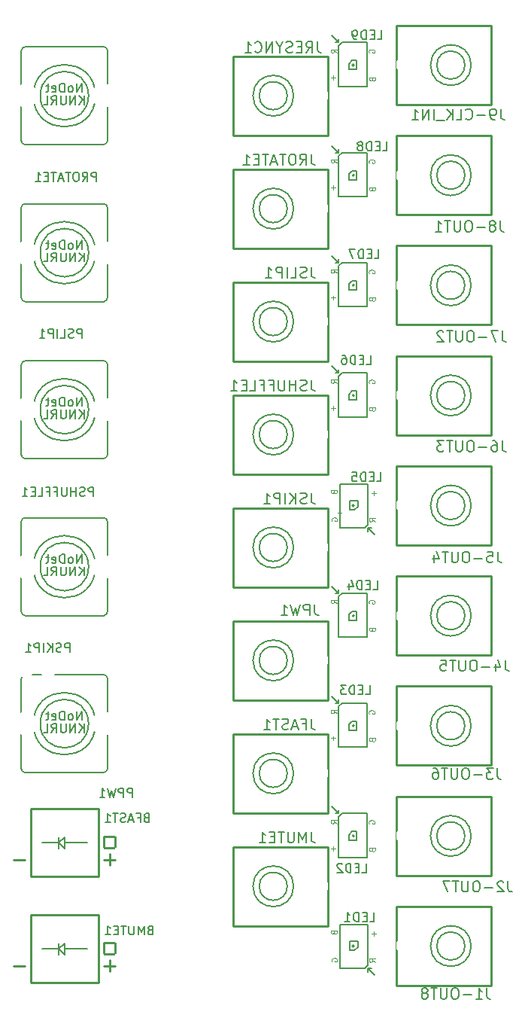
<source format=gbo>
G04 #@! TF.GenerationSoftware,KiCad,Pcbnew,(6.0.5-0)*
G04 #@! TF.CreationDate,2022-05-16T13:08:36-07:00*
G04 #@! TF.ProjectId,SCMplus,53434d70-6c75-4732-9e6b-696361645f70,rev?*
G04 #@! TF.SameCoordinates,PX85b6780PY82ed558*
G04 #@! TF.FileFunction,Legend,Bot*
G04 #@! TF.FilePolarity,Positive*
%FSLAX46Y46*%
G04 Gerber Fmt 4.6, Leading zero omitted, Abs format (unit mm)*
G04 Created by KiCad (PCBNEW (6.0.5-0)) date 2022-05-16 13:08:36*
%MOMM*%
%LPD*%
G01*
G04 APERTURE LIST*
G04 Aperture macros list*
%AMRoundRect*
0 Rectangle with rounded corners*
0 $1 Rounding radius*
0 $2 $3 $4 $5 $6 $7 $8 $9 X,Y pos of 4 corners*
0 Add a 4 corners polygon primitive as box body*
4,1,4,$2,$3,$4,$5,$6,$7,$8,$9,$2,$3,0*
0 Add four circle primitives for the rounded corners*
1,1,$1+$1,$2,$3*
1,1,$1+$1,$4,$5*
1,1,$1+$1,$6,$7*
1,1,$1+$1,$8,$9*
0 Add four rect primitives between the rounded corners*
20,1,$1+$1,$2,$3,$4,$5,0*
20,1,$1+$1,$4,$5,$6,$7,0*
20,1,$1+$1,$6,$7,$8,$9,0*
20,1,$1+$1,$8,$9,$2,$3,0*%
G04 Aperture macros list end*
%ADD10C,0.152400*%
%ADD11C,0.150000*%
%ADD12C,0.127000*%
%ADD13C,0.120000*%
%ADD14C,0.254000*%
%ADD15C,0.250000*%
%ADD16C,1.651000*%
%ADD17C,1.397000*%
%ADD18O,2.032000X1.727200*%
%ADD19C,1.930400*%
%ADD20C,1.778000*%
%ADD21RoundRect,0.127000X-0.635000X-0.635000X0.635000X-0.635000X0.635000X0.635000X-0.635000X0.635000X0*%
%ADD22C,1.803400*%
%ADD23C,2.667000*%
%ADD24R,1.100000X1.500000*%
G04 APERTURE END LIST*
D10*
X-64552679Y97100953D02*
X-64552679Y96239167D01*
X-64495226Y96066810D01*
X-64380321Y95951905D01*
X-64207964Y95894453D01*
X-64093060Y95894453D01*
X-65299560Y96583881D02*
X-65184655Y96641334D01*
X-65127202Y96698786D01*
X-65069750Y96813691D01*
X-65069750Y96871143D01*
X-65127202Y96986048D01*
X-65184655Y97043500D01*
X-65299560Y97100953D01*
X-65529369Y97100953D01*
X-65644274Y97043500D01*
X-65701726Y96986048D01*
X-65759179Y96871143D01*
X-65759179Y96813691D01*
X-65701726Y96698786D01*
X-65644274Y96641334D01*
X-65529369Y96583881D01*
X-65299560Y96583881D01*
X-65184655Y96526429D01*
X-65127202Y96468977D01*
X-65069750Y96354072D01*
X-65069750Y96124262D01*
X-65127202Y96009358D01*
X-65184655Y95951905D01*
X-65299560Y95894453D01*
X-65529369Y95894453D01*
X-65644274Y95951905D01*
X-65701726Y96009358D01*
X-65759179Y96124262D01*
X-65759179Y96354072D01*
X-65701726Y96468977D01*
X-65644274Y96526429D01*
X-65529369Y96583881D01*
X-66276250Y96354072D02*
X-67195488Y96354072D01*
X-67999821Y97100953D02*
X-68229631Y97100953D01*
X-68344536Y97043500D01*
X-68459440Y96928596D01*
X-68516893Y96698786D01*
X-68516893Y96296620D01*
X-68459440Y96066810D01*
X-68344536Y95951905D01*
X-68229631Y95894453D01*
X-67999821Y95894453D01*
X-67884917Y95951905D01*
X-67770012Y96066810D01*
X-67712560Y96296620D01*
X-67712560Y96698786D01*
X-67770012Y96928596D01*
X-67884917Y97043500D01*
X-67999821Y97100953D01*
X-69033964Y97100953D02*
X-69033964Y96124262D01*
X-69091417Y96009358D01*
X-69148869Y95951905D01*
X-69263774Y95894453D01*
X-69493583Y95894453D01*
X-69608488Y95951905D01*
X-69665940Y96009358D01*
X-69723393Y96124262D01*
X-69723393Y97100953D01*
X-70125560Y97100953D02*
X-70814988Y97100953D01*
X-70470274Y95894453D02*
X-70470274Y97100953D01*
X-71849131Y95894453D02*
X-71159702Y95894453D01*
X-71504417Y95894453D02*
X-71504417Y97100953D01*
X-71389512Y96928596D01*
X-71274607Y96813691D01*
X-71159702Y96756239D01*
D11*
X-104380977Y29998429D02*
X-104523834Y29950810D01*
X-104571453Y29903191D01*
X-104619072Y29807953D01*
X-104619072Y29665096D01*
X-104571453Y29569858D01*
X-104523834Y29522239D01*
X-104428596Y29474620D01*
X-104047643Y29474620D01*
X-104047643Y30474620D01*
X-104380977Y30474620D01*
X-104476215Y30427000D01*
X-104523834Y30379381D01*
X-104571453Y30284143D01*
X-104571453Y30188905D01*
X-104523834Y30093667D01*
X-104476215Y30046048D01*
X-104380977Y29998429D01*
X-104047643Y29998429D01*
X-105380977Y29998429D02*
X-105047643Y29998429D01*
X-105047643Y29474620D02*
X-105047643Y30474620D01*
X-105523834Y30474620D01*
X-105857167Y29760334D02*
X-106333358Y29760334D01*
X-105761929Y29474620D02*
X-106095262Y30474620D01*
X-106428596Y29474620D01*
X-106714310Y29522239D02*
X-106857167Y29474620D01*
X-107095262Y29474620D01*
X-107190500Y29522239D01*
X-107238120Y29569858D01*
X-107285739Y29665096D01*
X-107285739Y29760334D01*
X-107238120Y29855572D01*
X-107190500Y29903191D01*
X-107095262Y29950810D01*
X-106904786Y29998429D01*
X-106809548Y30046048D01*
X-106761929Y30093667D01*
X-106714310Y30188905D01*
X-106714310Y30284143D01*
X-106761929Y30379381D01*
X-106809548Y30427000D01*
X-106904786Y30474620D01*
X-107142881Y30474620D01*
X-107285739Y30427000D01*
X-107571453Y30474620D02*
X-108142881Y30474620D01*
X-107857167Y29474620D02*
X-107857167Y30474620D01*
X-109000024Y29474620D02*
X-108428596Y29474620D01*
X-108714310Y29474620D02*
X-108714310Y30474620D01*
X-108619072Y30331762D01*
X-108523834Y30236524D01*
X-108428596Y30188905D01*
D10*
X-85130037Y117236953D02*
X-85130037Y116375167D01*
X-85072584Y116202810D01*
X-84957680Y116087905D01*
X-84785322Y116030453D01*
X-84670418Y116030453D01*
X-86393989Y116030453D02*
X-85991822Y116604977D01*
X-85704560Y116030453D02*
X-85704560Y117236953D01*
X-86164180Y117236953D01*
X-86279084Y117179500D01*
X-86336537Y117122048D01*
X-86393989Y117007143D01*
X-86393989Y116834786D01*
X-86336537Y116719881D01*
X-86279084Y116662429D01*
X-86164180Y116604977D01*
X-85704560Y116604977D01*
X-86911060Y116662429D02*
X-87313227Y116662429D01*
X-87485584Y116030453D02*
X-86911060Y116030453D01*
X-86911060Y117236953D01*
X-87485584Y117236953D01*
X-87945203Y116087905D02*
X-88117560Y116030453D01*
X-88404822Y116030453D01*
X-88519727Y116087905D01*
X-88577180Y116145358D01*
X-88634632Y116260262D01*
X-88634632Y116375167D01*
X-88577180Y116490072D01*
X-88519727Y116547524D01*
X-88404822Y116604977D01*
X-88175013Y116662429D01*
X-88060108Y116719881D01*
X-88002656Y116777334D01*
X-87945203Y116892239D01*
X-87945203Y117007143D01*
X-88002656Y117122048D01*
X-88060108Y117179500D01*
X-88175013Y117236953D01*
X-88462275Y117236953D01*
X-88634632Y117179500D01*
X-89381513Y116604977D02*
X-89381513Y116030453D01*
X-88979346Y117236953D02*
X-89381513Y116604977D01*
X-89783680Y117236953D01*
X-90185846Y116030453D02*
X-90185846Y117236953D01*
X-90875275Y116030453D01*
X-90875275Y117236953D01*
X-92139227Y116145358D02*
X-92081775Y116087905D01*
X-91909418Y116030453D01*
X-91794513Y116030453D01*
X-91622156Y116087905D01*
X-91507251Y116202810D01*
X-91449799Y116317715D01*
X-91392346Y116547524D01*
X-91392346Y116719881D01*
X-91449799Y116949691D01*
X-91507251Y117064596D01*
X-91622156Y117179500D01*
X-91794513Y117236953D01*
X-91909418Y117236953D01*
X-92081775Y117179500D01*
X-92139227Y117122048D01*
X-93288275Y116030453D02*
X-92598846Y116030453D01*
X-92943560Y116030453D02*
X-92943560Y117236953D01*
X-92828656Y117064596D01*
X-92713751Y116949691D01*
X-92598846Y116892239D01*
X-85819037Y91907253D02*
X-85819037Y91045467D01*
X-85761584Y90873110D01*
X-85646680Y90758205D01*
X-85474322Y90700753D01*
X-85359418Y90700753D01*
X-86336108Y90758205D02*
X-86508465Y90700753D01*
X-86795727Y90700753D01*
X-86910632Y90758205D01*
X-86968084Y90815658D01*
X-87025537Y90930562D01*
X-87025537Y91045467D01*
X-86968084Y91160372D01*
X-86910632Y91217824D01*
X-86795727Y91275277D01*
X-86565918Y91332729D01*
X-86451013Y91390181D01*
X-86393560Y91447634D01*
X-86336108Y91562539D01*
X-86336108Y91677443D01*
X-86393560Y91792348D01*
X-86451013Y91849800D01*
X-86565918Y91907253D01*
X-86853180Y91907253D01*
X-87025537Y91849800D01*
X-88117132Y90700753D02*
X-87542608Y90700753D01*
X-87542608Y91907253D01*
X-88519299Y90700753D02*
X-88519299Y91907253D01*
X-89093822Y90700753D02*
X-89093822Y91907253D01*
X-89553441Y91907253D01*
X-89668346Y91849800D01*
X-89725799Y91792348D01*
X-89783251Y91677443D01*
X-89783251Y91505086D01*
X-89725799Y91390181D01*
X-89668346Y91332729D01*
X-89553441Y91275277D01*
X-89093822Y91275277D01*
X-90932299Y90700753D02*
X-90242870Y90700753D01*
X-90587584Y90700753D02*
X-90587584Y91907253D01*
X-90472680Y91734896D01*
X-90357775Y91619991D01*
X-90242870Y91562539D01*
D11*
X-110333596Y66154620D02*
X-110333596Y67154620D01*
X-110714548Y67154620D01*
X-110809786Y67107000D01*
X-110857405Y67059381D01*
X-110905024Y66964143D01*
X-110905024Y66821286D01*
X-110857405Y66726048D01*
X-110809786Y66678429D01*
X-110714548Y66630810D01*
X-110333596Y66630810D01*
X-111285977Y66202239D02*
X-111428834Y66154620D01*
X-111666929Y66154620D01*
X-111762167Y66202239D01*
X-111809786Y66249858D01*
X-111857405Y66345096D01*
X-111857405Y66440334D01*
X-111809786Y66535572D01*
X-111762167Y66583191D01*
X-111666929Y66630810D01*
X-111476453Y66678429D01*
X-111381215Y66726048D01*
X-111333596Y66773667D01*
X-111285977Y66868905D01*
X-111285977Y66964143D01*
X-111333596Y67059381D01*
X-111381215Y67107000D01*
X-111476453Y67154620D01*
X-111714548Y67154620D01*
X-111857405Y67107000D01*
X-112285977Y66154620D02*
X-112285977Y67154620D01*
X-112285977Y66678429D02*
X-112857405Y66678429D01*
X-112857405Y66154620D02*
X-112857405Y67154620D01*
X-113333596Y67154620D02*
X-113333596Y66345096D01*
X-113381215Y66249858D01*
X-113428834Y66202239D01*
X-113524072Y66154620D01*
X-113714548Y66154620D01*
X-113809786Y66202239D01*
X-113857405Y66249858D01*
X-113905024Y66345096D01*
X-113905024Y67154620D01*
X-114714548Y66678429D02*
X-114381215Y66678429D01*
X-114381215Y66154620D02*
X-114381215Y67154620D01*
X-114857405Y67154620D01*
X-115571691Y66678429D02*
X-115238358Y66678429D01*
X-115238358Y66154620D02*
X-115238358Y67154620D01*
X-115714548Y67154620D01*
X-116571691Y66154620D02*
X-116095500Y66154620D01*
X-116095500Y67154620D01*
X-116905024Y66678429D02*
X-117238358Y66678429D01*
X-117381215Y66154620D02*
X-116905024Y66154620D01*
X-116905024Y67154620D01*
X-117381215Y67154620D01*
X-118333596Y66154620D02*
X-117762167Y66154620D01*
X-118047881Y66154620D02*
X-118047881Y67154620D01*
X-117952643Y67011762D01*
X-117857405Y66916524D01*
X-117762167Y66868905D01*
X-111647820Y76268920D02*
X-111647820Y77268920D01*
X-112219248Y76268920D01*
X-112219248Y77268920D01*
X-112838296Y76268920D02*
X-112743058Y76316539D01*
X-112695439Y76364158D01*
X-112647820Y76459396D01*
X-112647820Y76745110D01*
X-112695439Y76840348D01*
X-112743058Y76887967D01*
X-112838296Y76935586D01*
X-112981153Y76935586D01*
X-113076391Y76887967D01*
X-113124010Y76840348D01*
X-113171629Y76745110D01*
X-113171629Y76459396D01*
X-113124010Y76364158D01*
X-113076391Y76316539D01*
X-112981153Y76268920D01*
X-112838296Y76268920D01*
X-113600200Y76268920D02*
X-113600200Y77268920D01*
X-113838296Y77268920D01*
X-113981153Y77221300D01*
X-114076391Y77126062D01*
X-114124010Y77030824D01*
X-114171629Y76840348D01*
X-114171629Y76697491D01*
X-114124010Y76507015D01*
X-114076391Y76411777D01*
X-113981153Y76316539D01*
X-113838296Y76268920D01*
X-113600200Y76268920D01*
X-114981153Y76316539D02*
X-114885915Y76268920D01*
X-114695439Y76268920D01*
X-114600200Y76316539D01*
X-114552581Y76411777D01*
X-114552581Y76792729D01*
X-114600200Y76887967D01*
X-114695439Y76935586D01*
X-114885915Y76935586D01*
X-114981153Y76887967D01*
X-115028772Y76792729D01*
X-115028772Y76697491D01*
X-114552581Y76602253D01*
X-115314486Y76935586D02*
X-115695439Y76935586D01*
X-115457343Y77268920D02*
X-115457343Y76411777D01*
X-115504962Y76316539D01*
X-115600200Y76268920D01*
X-115695439Y76268920D01*
X-111385915Y74868920D02*
X-111385915Y75868920D01*
X-111957343Y74868920D02*
X-111528772Y75440348D01*
X-111957343Y75868920D02*
X-111385915Y75297491D01*
X-112385915Y74868920D02*
X-112385915Y75868920D01*
X-112957343Y74868920D01*
X-112957343Y75868920D01*
X-113433534Y75868920D02*
X-113433534Y75059396D01*
X-113481153Y74964158D01*
X-113528772Y74916539D01*
X-113624010Y74868920D01*
X-113814486Y74868920D01*
X-113909724Y74916539D01*
X-113957343Y74964158D01*
X-114004962Y75059396D01*
X-114004962Y75868920D01*
X-115052581Y74868920D02*
X-114719248Y75345110D01*
X-114481153Y74868920D02*
X-114481153Y75868920D01*
X-114862105Y75868920D01*
X-114957343Y75821300D01*
X-115004962Y75773681D01*
X-115052581Y75678443D01*
X-115052581Y75535586D01*
X-115004962Y75440348D01*
X-114957343Y75392729D01*
X-114862105Y75345110D01*
X-114481153Y75345110D01*
X-115957343Y74868920D02*
X-115481153Y74868920D01*
X-115481153Y75868920D01*
D12*
X-80101245Y23845381D02*
X-79617435Y23845381D01*
X-79617435Y24861381D01*
X-80439911Y24377572D02*
X-80778578Y24377572D01*
X-80923721Y23845381D02*
X-80439911Y23845381D01*
X-80439911Y24861381D01*
X-80923721Y24861381D01*
X-81359150Y23845381D02*
X-81359150Y24861381D01*
X-81601054Y24861381D01*
X-81746197Y24813000D01*
X-81842959Y24716239D01*
X-81891340Y24619477D01*
X-81939721Y24425953D01*
X-81939721Y24280810D01*
X-81891340Y24087286D01*
X-81842959Y23990524D01*
X-81746197Y23893762D01*
X-81601054Y23845381D01*
X-81359150Y23845381D01*
X-82326769Y24764620D02*
X-82375150Y24813000D01*
X-82471911Y24861381D01*
X-82713816Y24861381D01*
X-82810578Y24813000D01*
X-82858959Y24764620D01*
X-82907340Y24667858D01*
X-82907340Y24571096D01*
X-82858959Y24425953D01*
X-82278388Y23845381D01*
X-82907340Y23845381D01*
D13*
X-79305580Y29321262D02*
X-79336533Y29383167D01*
X-79336533Y29476024D01*
X-79305580Y29568881D01*
X-79243676Y29630786D01*
X-79181771Y29661739D01*
X-79057961Y29692691D01*
X-78965104Y29692691D01*
X-78841295Y29661739D01*
X-78779390Y29630786D01*
X-78717485Y29568881D01*
X-78686533Y29476024D01*
X-78686533Y29414120D01*
X-78717485Y29321262D01*
X-78748438Y29290310D01*
X-78965104Y29290310D01*
X-78965104Y29414120D01*
X-78977009Y26345072D02*
X-78946057Y26252215D01*
X-78915104Y26221262D01*
X-78853200Y26190310D01*
X-78760342Y26190310D01*
X-78698438Y26221262D01*
X-78667485Y26252215D01*
X-78636533Y26314120D01*
X-78636533Y26561739D01*
X-79286533Y26561739D01*
X-79286533Y26345072D01*
X-79255580Y26283167D01*
X-79224628Y26252215D01*
X-79162723Y26221262D01*
X-79100819Y26221262D01*
X-79038914Y26252215D01*
X-79007961Y26283167D01*
X-78977009Y26345072D01*
X-78977009Y26561739D01*
X-82936533Y29340310D02*
X-83246057Y29556977D01*
X-82936533Y29711739D02*
X-83586533Y29711739D01*
X-83586533Y29464120D01*
X-83555580Y29402215D01*
X-83524628Y29371262D01*
X-83462723Y29340310D01*
X-83369866Y29340310D01*
X-83307961Y29371262D01*
X-83277009Y29402215D01*
X-83246057Y29464120D01*
X-83246057Y29711739D01*
X-83309152Y26789120D02*
X-83309152Y26293881D01*
X-83061533Y26541500D02*
X-83556771Y26541500D01*
D10*
X-64332679Y84740953D02*
X-64332679Y83879167D01*
X-64275226Y83706810D01*
X-64160321Y83591905D01*
X-63987964Y83534453D01*
X-63873060Y83534453D01*
X-64792298Y84740953D02*
X-65596631Y84740953D01*
X-65079560Y83534453D01*
X-66056250Y83994072D02*
X-66975488Y83994072D01*
X-67779821Y84740953D02*
X-68009631Y84740953D01*
X-68124536Y84683500D01*
X-68239440Y84568596D01*
X-68296893Y84338786D01*
X-68296893Y83936620D01*
X-68239440Y83706810D01*
X-68124536Y83591905D01*
X-68009631Y83534453D01*
X-67779821Y83534453D01*
X-67664917Y83591905D01*
X-67550012Y83706810D01*
X-67492560Y83936620D01*
X-67492560Y84338786D01*
X-67550012Y84568596D01*
X-67664917Y84683500D01*
X-67779821Y84740953D01*
X-68813964Y84740953D02*
X-68813964Y83764262D01*
X-68871417Y83649358D01*
X-68928869Y83591905D01*
X-69043774Y83534453D01*
X-69273583Y83534453D01*
X-69388488Y83591905D01*
X-69445940Y83649358D01*
X-69503393Y83764262D01*
X-69503393Y84740953D01*
X-69905560Y84740953D02*
X-70594988Y84740953D01*
X-70250274Y83534453D02*
X-70250274Y84740953D01*
X-70939702Y84626048D02*
X-70997155Y84683500D01*
X-71112060Y84740953D01*
X-71399321Y84740953D01*
X-71514226Y84683500D01*
X-71571679Y84626048D01*
X-71629131Y84511143D01*
X-71629131Y84396239D01*
X-71571679Y84223881D01*
X-70882250Y83534453D01*
X-71629131Y83534453D01*
X-64332679Y72370953D02*
X-64332679Y71509167D01*
X-64275226Y71336810D01*
X-64160321Y71221905D01*
X-63987964Y71164453D01*
X-63873060Y71164453D01*
X-65424274Y72370953D02*
X-65194464Y72370953D01*
X-65079560Y72313500D01*
X-65022107Y72256048D01*
X-64907202Y72083691D01*
X-64849750Y71853881D01*
X-64849750Y71394262D01*
X-64907202Y71279358D01*
X-64964655Y71221905D01*
X-65079560Y71164453D01*
X-65309369Y71164453D01*
X-65424274Y71221905D01*
X-65481726Y71279358D01*
X-65539179Y71394262D01*
X-65539179Y71681524D01*
X-65481726Y71796429D01*
X-65424274Y71853881D01*
X-65309369Y71911334D01*
X-65079560Y71911334D01*
X-64964655Y71853881D01*
X-64907202Y71796429D01*
X-64849750Y71681524D01*
X-66056250Y71624072D02*
X-66975488Y71624072D01*
X-67779821Y72370953D02*
X-68009631Y72370953D01*
X-68124536Y72313500D01*
X-68239440Y72198596D01*
X-68296893Y71968786D01*
X-68296893Y71566620D01*
X-68239440Y71336810D01*
X-68124536Y71221905D01*
X-68009631Y71164453D01*
X-67779821Y71164453D01*
X-67664917Y71221905D01*
X-67550012Y71336810D01*
X-67492560Y71566620D01*
X-67492560Y71968786D01*
X-67550012Y72198596D01*
X-67664917Y72313500D01*
X-67779821Y72370953D01*
X-68813964Y72370953D02*
X-68813964Y71394262D01*
X-68871417Y71279358D01*
X-68928869Y71221905D01*
X-69043774Y71164453D01*
X-69273583Y71164453D01*
X-69388488Y71221905D01*
X-69445940Y71279358D01*
X-69503393Y71394262D01*
X-69503393Y72370953D01*
X-69905560Y72370953D02*
X-70594988Y72370953D01*
X-70250274Y71164453D02*
X-70250274Y72370953D01*
X-70882250Y72370953D02*
X-71629131Y72370953D01*
X-71226964Y71911334D01*
X-71399321Y71911334D01*
X-71514226Y71853881D01*
X-71571679Y71796429D01*
X-71629131Y71681524D01*
X-71629131Y71394262D01*
X-71571679Y71279358D01*
X-71514226Y71221905D01*
X-71399321Y71164453D01*
X-71054607Y71164453D01*
X-70939702Y71221905D01*
X-70882250Y71279358D01*
D11*
X-111633596Y83954620D02*
X-111633596Y84954620D01*
X-112014548Y84954620D01*
X-112109786Y84907000D01*
X-112157405Y84859381D01*
X-112205024Y84764143D01*
X-112205024Y84621286D01*
X-112157405Y84526048D01*
X-112109786Y84478429D01*
X-112014548Y84430810D01*
X-111633596Y84430810D01*
X-112585977Y84002239D02*
X-112728834Y83954620D01*
X-112966929Y83954620D01*
X-113062167Y84002239D01*
X-113109786Y84049858D01*
X-113157405Y84145096D01*
X-113157405Y84240334D01*
X-113109786Y84335572D01*
X-113062167Y84383191D01*
X-112966929Y84430810D01*
X-112776453Y84478429D01*
X-112681215Y84526048D01*
X-112633596Y84573667D01*
X-112585977Y84668905D01*
X-112585977Y84764143D01*
X-112633596Y84859381D01*
X-112681215Y84907000D01*
X-112776453Y84954620D01*
X-113014548Y84954620D01*
X-113157405Y84907000D01*
X-114062167Y83954620D02*
X-113585977Y83954620D01*
X-113585977Y84954620D01*
X-114395500Y83954620D02*
X-114395500Y84954620D01*
X-114871691Y83954620D02*
X-114871691Y84954620D01*
X-115252643Y84954620D01*
X-115347881Y84907000D01*
X-115395500Y84859381D01*
X-115443120Y84764143D01*
X-115443120Y84621286D01*
X-115395500Y84526048D01*
X-115347881Y84478429D01*
X-115252643Y84430810D01*
X-114871691Y84430810D01*
X-116395500Y83954620D02*
X-115824072Y83954620D01*
X-116109786Y83954620D02*
X-116109786Y84954620D01*
X-116014548Y84811762D01*
X-115919310Y84716524D01*
X-115824072Y84668905D01*
X-111385915Y92521920D02*
X-111385915Y93521920D01*
X-111957343Y92521920D02*
X-111528772Y93093348D01*
X-111957343Y93521920D02*
X-111385915Y92950491D01*
X-112385915Y92521920D02*
X-112385915Y93521920D01*
X-112957343Y92521920D01*
X-112957343Y93521920D01*
X-113433534Y93521920D02*
X-113433534Y92712396D01*
X-113481153Y92617158D01*
X-113528772Y92569539D01*
X-113624010Y92521920D01*
X-113814486Y92521920D01*
X-113909724Y92569539D01*
X-113957343Y92617158D01*
X-114004962Y92712396D01*
X-114004962Y93521920D01*
X-115052581Y92521920D02*
X-114719248Y92998110D01*
X-114481153Y92521920D02*
X-114481153Y93521920D01*
X-114862105Y93521920D01*
X-114957343Y93474300D01*
X-115004962Y93426681D01*
X-115052581Y93331443D01*
X-115052581Y93188586D01*
X-115004962Y93093348D01*
X-114957343Y93045729D01*
X-114862105Y92998110D01*
X-114481153Y92998110D01*
X-115957343Y92521920D02*
X-115481153Y92521920D01*
X-115481153Y93521920D01*
X-111647820Y93921920D02*
X-111647820Y94921920D01*
X-112219248Y93921920D01*
X-112219248Y94921920D01*
X-112838296Y93921920D02*
X-112743058Y93969539D01*
X-112695439Y94017158D01*
X-112647820Y94112396D01*
X-112647820Y94398110D01*
X-112695439Y94493348D01*
X-112743058Y94540967D01*
X-112838296Y94588586D01*
X-112981153Y94588586D01*
X-113076391Y94540967D01*
X-113124010Y94493348D01*
X-113171629Y94398110D01*
X-113171629Y94112396D01*
X-113124010Y94017158D01*
X-113076391Y93969539D01*
X-112981153Y93921920D01*
X-112838296Y93921920D01*
X-113600200Y93921920D02*
X-113600200Y94921920D01*
X-113838296Y94921920D01*
X-113981153Y94874300D01*
X-114076391Y94779062D01*
X-114124010Y94683824D01*
X-114171629Y94493348D01*
X-114171629Y94350491D01*
X-114124010Y94160015D01*
X-114076391Y94064777D01*
X-113981153Y93969539D01*
X-113838296Y93921920D01*
X-113600200Y93921920D01*
X-114981153Y93969539D02*
X-114885915Y93921920D01*
X-114695439Y93921920D01*
X-114600200Y93969539D01*
X-114552581Y94064777D01*
X-114552581Y94445729D01*
X-114600200Y94540967D01*
X-114695439Y94588586D01*
X-114885915Y94588586D01*
X-114981153Y94540967D01*
X-115028772Y94445729D01*
X-115028772Y94350491D01*
X-114552581Y94255253D01*
X-115314486Y94588586D02*
X-115695439Y94588586D01*
X-115457343Y94921920D02*
X-115457343Y94064777D01*
X-115504962Y93969539D01*
X-115600200Y93921920D01*
X-115695439Y93921920D01*
X-105943596Y32314620D02*
X-105943596Y33314620D01*
X-106324548Y33314620D01*
X-106419786Y33267000D01*
X-106467405Y33219381D01*
X-106515024Y33124143D01*
X-106515024Y32981286D01*
X-106467405Y32886048D01*
X-106419786Y32838429D01*
X-106324548Y32790810D01*
X-105943596Y32790810D01*
X-106943596Y32314620D02*
X-106943596Y33314620D01*
X-107324548Y33314620D01*
X-107419786Y33267000D01*
X-107467405Y33219381D01*
X-107515024Y33124143D01*
X-107515024Y32981286D01*
X-107467405Y32886048D01*
X-107419786Y32838429D01*
X-107324548Y32790810D01*
X-106943596Y32790810D01*
X-107848358Y33314620D02*
X-108086453Y32314620D01*
X-108276929Y33028905D01*
X-108467405Y32314620D01*
X-108705500Y33314620D01*
X-109610262Y32314620D02*
X-109038834Y32314620D01*
X-109324548Y32314620D02*
X-109324548Y33314620D01*
X-109229310Y33171762D01*
X-109134072Y33076524D01*
X-109038834Y33028905D01*
X-111647820Y40962920D02*
X-111647820Y41962920D01*
X-112219248Y40962920D01*
X-112219248Y41962920D01*
X-112838296Y40962920D02*
X-112743058Y41010539D01*
X-112695439Y41058158D01*
X-112647820Y41153396D01*
X-112647820Y41439110D01*
X-112695439Y41534348D01*
X-112743058Y41581967D01*
X-112838296Y41629586D01*
X-112981153Y41629586D01*
X-113076391Y41581967D01*
X-113124010Y41534348D01*
X-113171629Y41439110D01*
X-113171629Y41153396D01*
X-113124010Y41058158D01*
X-113076391Y41010539D01*
X-112981153Y40962920D01*
X-112838296Y40962920D01*
X-113600200Y40962920D02*
X-113600200Y41962920D01*
X-113838296Y41962920D01*
X-113981153Y41915300D01*
X-114076391Y41820062D01*
X-114124010Y41724824D01*
X-114171629Y41534348D01*
X-114171629Y41391491D01*
X-114124010Y41201015D01*
X-114076391Y41105777D01*
X-113981153Y41010539D01*
X-113838296Y40962920D01*
X-113600200Y40962920D01*
X-114981153Y41010539D02*
X-114885915Y40962920D01*
X-114695439Y40962920D01*
X-114600200Y41010539D01*
X-114552581Y41105777D01*
X-114552581Y41486729D01*
X-114600200Y41581967D01*
X-114695439Y41629586D01*
X-114885915Y41629586D01*
X-114981153Y41581967D01*
X-115028772Y41486729D01*
X-115028772Y41391491D01*
X-114552581Y41296253D01*
X-115314486Y41629586D02*
X-115695439Y41629586D01*
X-115457343Y41962920D02*
X-115457343Y41105777D01*
X-115504962Y41010539D01*
X-115600200Y40962920D01*
X-115695439Y40962920D01*
X-111385915Y39562920D02*
X-111385915Y40562920D01*
X-111957343Y39562920D02*
X-111528772Y40134348D01*
X-111957343Y40562920D02*
X-111385915Y39991491D01*
X-112385915Y39562920D02*
X-112385915Y40562920D01*
X-112957343Y39562920D01*
X-112957343Y40562920D01*
X-113433534Y40562920D02*
X-113433534Y39753396D01*
X-113481153Y39658158D01*
X-113528772Y39610539D01*
X-113624010Y39562920D01*
X-113814486Y39562920D01*
X-113909724Y39610539D01*
X-113957343Y39658158D01*
X-114004962Y39753396D01*
X-114004962Y40562920D01*
X-115052581Y39562920D02*
X-114719248Y40039110D01*
X-114481153Y39562920D02*
X-114481153Y40562920D01*
X-114862105Y40562920D01*
X-114957343Y40515300D01*
X-115004962Y40467681D01*
X-115052581Y40372443D01*
X-115052581Y40229586D01*
X-115004962Y40134348D01*
X-114957343Y40086729D01*
X-114862105Y40039110D01*
X-114481153Y40039110D01*
X-115957343Y39562920D02*
X-115481153Y39562920D01*
X-115481153Y40562920D01*
D10*
X-66079679Y10813953D02*
X-66079679Y9952167D01*
X-66022226Y9779810D01*
X-65907321Y9664905D01*
X-65734964Y9607453D01*
X-65620060Y9607453D01*
X-67286179Y9607453D02*
X-66596750Y9607453D01*
X-66941464Y9607453D02*
X-66941464Y10813953D01*
X-66826560Y10641596D01*
X-66711655Y10526691D01*
X-66596750Y10469239D01*
X-67803250Y10067072D02*
X-68722488Y10067072D01*
X-69526821Y10813953D02*
X-69756631Y10813953D01*
X-69871536Y10756500D01*
X-69986440Y10641596D01*
X-70043893Y10411786D01*
X-70043893Y10009620D01*
X-69986440Y9779810D01*
X-69871536Y9664905D01*
X-69756631Y9607453D01*
X-69526821Y9607453D01*
X-69411917Y9664905D01*
X-69297012Y9779810D01*
X-69239560Y10009620D01*
X-69239560Y10411786D01*
X-69297012Y10641596D01*
X-69411917Y10756500D01*
X-69526821Y10813953D01*
X-70560964Y10813953D02*
X-70560964Y9837262D01*
X-70618417Y9722358D01*
X-70675869Y9664905D01*
X-70790774Y9607453D01*
X-71020583Y9607453D01*
X-71135488Y9664905D01*
X-71192940Y9722358D01*
X-71250393Y9837262D01*
X-71250393Y10813953D01*
X-71652560Y10813953D02*
X-72341988Y10813953D01*
X-71997274Y9607453D02*
X-71997274Y10813953D01*
X-72916512Y10296881D02*
X-72801607Y10354334D01*
X-72744155Y10411786D01*
X-72686702Y10526691D01*
X-72686702Y10584143D01*
X-72744155Y10699048D01*
X-72801607Y10756500D01*
X-72916512Y10813953D01*
X-73146321Y10813953D01*
X-73261226Y10756500D01*
X-73318679Y10699048D01*
X-73376131Y10584143D01*
X-73376131Y10526691D01*
X-73318679Y10411786D01*
X-73261226Y10354334D01*
X-73146321Y10296881D01*
X-72916512Y10296881D01*
X-72801607Y10239429D01*
X-72744155Y10181977D01*
X-72686702Y10067072D01*
X-72686702Y9837262D01*
X-72744155Y9722358D01*
X-72801607Y9664905D01*
X-72916512Y9607453D01*
X-73146321Y9607453D01*
X-73261226Y9664905D01*
X-73318679Y9722358D01*
X-73376131Y9837262D01*
X-73376131Y10067072D01*
X-73318679Y10181977D01*
X-73261226Y10239429D01*
X-73146321Y10296881D01*
X-85429037Y53970953D02*
X-85429037Y53109167D01*
X-85371584Y52936810D01*
X-85256680Y52821905D01*
X-85084322Y52764453D01*
X-84969418Y52764453D01*
X-86003560Y52764453D02*
X-86003560Y53970953D01*
X-86463180Y53970953D01*
X-86578084Y53913500D01*
X-86635537Y53856048D01*
X-86692989Y53741143D01*
X-86692989Y53568786D01*
X-86635537Y53453881D01*
X-86578084Y53396429D01*
X-86463180Y53338977D01*
X-86003560Y53338977D01*
X-87095156Y53970953D02*
X-87382418Y52764453D01*
X-87612227Y53626239D01*
X-87842037Y52764453D01*
X-88129299Y53970953D01*
X-89220894Y52764453D02*
X-88531465Y52764453D01*
X-88876180Y52764453D02*
X-88876180Y53970953D01*
X-88761275Y53798596D01*
X-88646370Y53683691D01*
X-88531465Y53626239D01*
X-85819037Y28407253D02*
X-85819037Y27545467D01*
X-85761584Y27373110D01*
X-85646680Y27258205D01*
X-85474322Y27200753D01*
X-85359418Y27200753D01*
X-86393560Y27200753D02*
X-86393560Y28407253D01*
X-86795727Y27545467D01*
X-87197894Y28407253D01*
X-87197894Y27200753D01*
X-87772418Y28407253D02*
X-87772418Y27430562D01*
X-87829870Y27315658D01*
X-87887322Y27258205D01*
X-88002227Y27200753D01*
X-88232037Y27200753D01*
X-88346941Y27258205D01*
X-88404394Y27315658D01*
X-88461846Y27430562D01*
X-88461846Y28407253D01*
X-88864013Y28407253D02*
X-89553441Y28407253D01*
X-89208727Y27200753D02*
X-89208727Y28407253D01*
X-89955608Y27832729D02*
X-90357775Y27832729D01*
X-90530132Y27200753D02*
X-89955608Y27200753D01*
X-89955608Y28407253D01*
X-90530132Y28407253D01*
X-91679180Y27200753D02*
X-90989751Y27200753D01*
X-91334465Y27200753D02*
X-91334465Y28407253D01*
X-91219560Y28234896D01*
X-91104656Y28119991D01*
X-90989751Y28062539D01*
D11*
X-103952405Y17348429D02*
X-104095262Y17300810D01*
X-104142881Y17253191D01*
X-104190500Y17157953D01*
X-104190500Y17015096D01*
X-104142881Y16919858D01*
X-104095262Y16872239D01*
X-104000024Y16824620D01*
X-103619072Y16824620D01*
X-103619072Y17824620D01*
X-103952405Y17824620D01*
X-104047643Y17777000D01*
X-104095262Y17729381D01*
X-104142881Y17634143D01*
X-104142881Y17538905D01*
X-104095262Y17443667D01*
X-104047643Y17396048D01*
X-103952405Y17348429D01*
X-103619072Y17348429D01*
X-104619072Y16824620D02*
X-104619072Y17824620D01*
X-104952405Y17110334D01*
X-105285739Y17824620D01*
X-105285739Y16824620D01*
X-105761929Y17824620D02*
X-105761929Y17015096D01*
X-105809548Y16919858D01*
X-105857167Y16872239D01*
X-105952405Y16824620D01*
X-106142881Y16824620D01*
X-106238120Y16872239D01*
X-106285739Y16919858D01*
X-106333358Y17015096D01*
X-106333358Y17824620D01*
X-106666691Y17824620D02*
X-107238120Y17824620D01*
X-106952405Y16824620D02*
X-106952405Y17824620D01*
X-107571453Y17348429D02*
X-107904786Y17348429D01*
X-108047643Y16824620D02*
X-107571453Y16824620D01*
X-107571453Y17824620D01*
X-108047643Y17824620D01*
X-109000024Y16824620D02*
X-108428596Y16824620D01*
X-108714310Y16824620D02*
X-108714310Y17824620D01*
X-108619072Y17681762D01*
X-108523834Y17586524D01*
X-108428596Y17538905D01*
D10*
X-64492417Y109690953D02*
X-64492417Y108829167D01*
X-64434964Y108656810D01*
X-64320060Y108541905D01*
X-64147702Y108484453D01*
X-64032798Y108484453D01*
X-65124393Y108484453D02*
X-65354202Y108484453D01*
X-65469107Y108541905D01*
X-65526560Y108599358D01*
X-65641464Y108771715D01*
X-65698917Y109001524D01*
X-65698917Y109461143D01*
X-65641464Y109576048D01*
X-65584012Y109633500D01*
X-65469107Y109690953D01*
X-65239298Y109690953D01*
X-65124393Y109633500D01*
X-65066940Y109576048D01*
X-65009488Y109461143D01*
X-65009488Y109173881D01*
X-65066940Y109058977D01*
X-65124393Y109001524D01*
X-65239298Y108944072D01*
X-65469107Y108944072D01*
X-65584012Y109001524D01*
X-65641464Y109058977D01*
X-65698917Y109173881D01*
X-66215988Y108944072D02*
X-67135226Y108944072D01*
X-68399179Y108599358D02*
X-68341726Y108541905D01*
X-68169369Y108484453D01*
X-68054464Y108484453D01*
X-67882107Y108541905D01*
X-67767202Y108656810D01*
X-67709750Y108771715D01*
X-67652298Y109001524D01*
X-67652298Y109173881D01*
X-67709750Y109403691D01*
X-67767202Y109518596D01*
X-67882107Y109633500D01*
X-68054464Y109690953D01*
X-68169369Y109690953D01*
X-68341726Y109633500D01*
X-68399179Y109576048D01*
X-69490774Y108484453D02*
X-68916250Y108484453D01*
X-68916250Y109690953D01*
X-69892940Y108484453D02*
X-69892940Y109690953D01*
X-70582369Y108484453D02*
X-70065298Y109173881D01*
X-70582369Y109690953D02*
X-69892940Y109001524D01*
X-70812179Y108369548D02*
X-71731417Y108369548D01*
X-72018679Y108484453D02*
X-72018679Y109690953D01*
X-72593202Y108484453D02*
X-72593202Y109690953D01*
X-73282631Y108484453D01*
X-73282631Y109690953D01*
X-74489131Y108484453D02*
X-73799702Y108484453D01*
X-74144417Y108484453D02*
X-74144417Y109690953D01*
X-74029512Y109518596D01*
X-73914607Y109403691D01*
X-73799702Y109346239D01*
X-85819037Y66507253D02*
X-85819037Y65645467D01*
X-85761584Y65473110D01*
X-85646680Y65358205D01*
X-85474322Y65300753D01*
X-85359418Y65300753D01*
X-86336108Y65358205D02*
X-86508465Y65300753D01*
X-86795727Y65300753D01*
X-86910632Y65358205D01*
X-86968084Y65415658D01*
X-87025537Y65530562D01*
X-87025537Y65645467D01*
X-86968084Y65760372D01*
X-86910632Y65817824D01*
X-86795727Y65875277D01*
X-86565918Y65932729D01*
X-86451013Y65990181D01*
X-86393560Y66047634D01*
X-86336108Y66162539D01*
X-86336108Y66277443D01*
X-86393560Y66392348D01*
X-86451013Y66449800D01*
X-86565918Y66507253D01*
X-86853180Y66507253D01*
X-87025537Y66449800D01*
X-87542608Y65300753D02*
X-87542608Y66507253D01*
X-88232037Y65300753D02*
X-87714965Y65990181D01*
X-88232037Y66507253D02*
X-87542608Y65817824D01*
X-88749108Y65300753D02*
X-88749108Y66507253D01*
X-89323632Y65300753D02*
X-89323632Y66507253D01*
X-89783251Y66507253D01*
X-89898156Y66449800D01*
X-89955608Y66392348D01*
X-90013060Y66277443D01*
X-90013060Y66105086D01*
X-89955608Y65990181D01*
X-89898156Y65932729D01*
X-89783251Y65875277D01*
X-89323632Y65875277D01*
X-91162108Y65300753D02*
X-90472680Y65300753D01*
X-90817394Y65300753D02*
X-90817394Y66507253D01*
X-90702489Y66334896D01*
X-90587584Y66219991D01*
X-90472680Y66162539D01*
X-63662679Y22860953D02*
X-63662679Y21999167D01*
X-63605226Y21826810D01*
X-63490321Y21711905D01*
X-63317964Y21654453D01*
X-63203060Y21654453D01*
X-64179750Y22746048D02*
X-64237202Y22803500D01*
X-64352107Y22860953D01*
X-64639369Y22860953D01*
X-64754274Y22803500D01*
X-64811726Y22746048D01*
X-64869179Y22631143D01*
X-64869179Y22516239D01*
X-64811726Y22343881D01*
X-64122298Y21654453D01*
X-64869179Y21654453D01*
X-65386250Y22114072D02*
X-66305488Y22114072D01*
X-67109821Y22860953D02*
X-67339631Y22860953D01*
X-67454536Y22803500D01*
X-67569440Y22688596D01*
X-67626893Y22458786D01*
X-67626893Y22056620D01*
X-67569440Y21826810D01*
X-67454536Y21711905D01*
X-67339631Y21654453D01*
X-67109821Y21654453D01*
X-66994917Y21711905D01*
X-66880012Y21826810D01*
X-66822560Y22056620D01*
X-66822560Y22458786D01*
X-66880012Y22688596D01*
X-66994917Y22803500D01*
X-67109821Y22860953D01*
X-68143964Y22860953D02*
X-68143964Y21884262D01*
X-68201417Y21769358D01*
X-68258869Y21711905D01*
X-68373774Y21654453D01*
X-68603583Y21654453D01*
X-68718488Y21711905D01*
X-68775940Y21769358D01*
X-68833393Y21884262D01*
X-68833393Y22860953D01*
X-69235560Y22860953D02*
X-69924988Y22860953D01*
X-69580274Y21654453D02*
X-69580274Y22860953D01*
X-70212250Y22860953D02*
X-71016583Y22860953D01*
X-70499512Y21654453D01*
X-63992679Y47700953D02*
X-63992679Y46839167D01*
X-63935226Y46666810D01*
X-63820321Y46551905D01*
X-63647964Y46494453D01*
X-63533060Y46494453D01*
X-65084274Y47298786D02*
X-65084274Y46494453D01*
X-64797012Y47758405D02*
X-64509750Y46896620D01*
X-65256631Y46896620D01*
X-65716250Y46954072D02*
X-66635488Y46954072D01*
X-67439821Y47700953D02*
X-67669631Y47700953D01*
X-67784536Y47643500D01*
X-67899440Y47528596D01*
X-67956893Y47298786D01*
X-67956893Y46896620D01*
X-67899440Y46666810D01*
X-67784536Y46551905D01*
X-67669631Y46494453D01*
X-67439821Y46494453D01*
X-67324917Y46551905D01*
X-67210012Y46666810D01*
X-67152560Y46896620D01*
X-67152560Y47298786D01*
X-67210012Y47528596D01*
X-67324917Y47643500D01*
X-67439821Y47700953D01*
X-68473964Y47700953D02*
X-68473964Y46724262D01*
X-68531417Y46609358D01*
X-68588869Y46551905D01*
X-68703774Y46494453D01*
X-68933583Y46494453D01*
X-69048488Y46551905D01*
X-69105940Y46609358D01*
X-69163393Y46724262D01*
X-69163393Y47700953D01*
X-69565560Y47700953D02*
X-70254988Y47700953D01*
X-69910274Y46494453D02*
X-69910274Y47700953D01*
X-71231679Y47700953D02*
X-70657155Y47700953D01*
X-70599702Y47126429D01*
X-70657155Y47183881D01*
X-70772060Y47241334D01*
X-71059321Y47241334D01*
X-71174226Y47183881D01*
X-71231679Y47126429D01*
X-71289131Y47011524D01*
X-71289131Y46724262D01*
X-71231679Y46609358D01*
X-71174226Y46551905D01*
X-71059321Y46494453D01*
X-70772060Y46494453D01*
X-70657155Y46551905D01*
X-70599702Y46609358D01*
X-85819037Y79207253D02*
X-85819037Y78345467D01*
X-85761584Y78173110D01*
X-85646680Y78058205D01*
X-85474322Y78000753D01*
X-85359418Y78000753D01*
X-86336108Y78058205D02*
X-86508465Y78000753D01*
X-86795727Y78000753D01*
X-86910632Y78058205D01*
X-86968084Y78115658D01*
X-87025537Y78230562D01*
X-87025537Y78345467D01*
X-86968084Y78460372D01*
X-86910632Y78517824D01*
X-86795727Y78575277D01*
X-86565918Y78632729D01*
X-86451013Y78690181D01*
X-86393560Y78747634D01*
X-86336108Y78862539D01*
X-86336108Y78977443D01*
X-86393560Y79092348D01*
X-86451013Y79149800D01*
X-86565918Y79207253D01*
X-86853180Y79207253D01*
X-87025537Y79149800D01*
X-87542608Y78000753D02*
X-87542608Y79207253D01*
X-87542608Y78632729D02*
X-88232037Y78632729D01*
X-88232037Y78000753D02*
X-88232037Y79207253D01*
X-88806560Y79207253D02*
X-88806560Y78230562D01*
X-88864013Y78115658D01*
X-88921465Y78058205D01*
X-89036370Y78000753D01*
X-89266180Y78000753D01*
X-89381084Y78058205D01*
X-89438537Y78115658D01*
X-89495989Y78230562D01*
X-89495989Y79207253D01*
X-90472680Y78632729D02*
X-90070513Y78632729D01*
X-90070513Y78000753D02*
X-90070513Y79207253D01*
X-90645037Y79207253D01*
X-91506822Y78632729D02*
X-91104656Y78632729D01*
X-91104656Y78000753D02*
X-91104656Y79207253D01*
X-91679180Y79207253D01*
X-92713322Y78000753D02*
X-92138799Y78000753D01*
X-92138799Y79207253D01*
X-93115489Y78632729D02*
X-93517656Y78632729D01*
X-93690013Y78000753D02*
X-93115489Y78000753D01*
X-93115489Y79207253D01*
X-93690013Y79207253D01*
X-94839060Y78000753D02*
X-94149632Y78000753D01*
X-94494346Y78000753D02*
X-94494346Y79207253D01*
X-94379441Y79034896D01*
X-94264537Y78919991D01*
X-94149632Y78862539D01*
X-85819037Y41107253D02*
X-85819037Y40245467D01*
X-85761584Y40073110D01*
X-85646680Y39958205D01*
X-85474322Y39900753D01*
X-85359418Y39900753D01*
X-86795727Y40532729D02*
X-86393560Y40532729D01*
X-86393560Y39900753D02*
X-86393560Y41107253D01*
X-86968084Y41107253D01*
X-87370251Y40245467D02*
X-87944775Y40245467D01*
X-87255346Y39900753D02*
X-87657513Y41107253D01*
X-88059680Y39900753D01*
X-88404394Y39958205D02*
X-88576751Y39900753D01*
X-88864013Y39900753D01*
X-88978918Y39958205D01*
X-89036370Y40015658D01*
X-89093822Y40130562D01*
X-89093822Y40245467D01*
X-89036370Y40360372D01*
X-88978918Y40417824D01*
X-88864013Y40475277D01*
X-88634203Y40532729D01*
X-88519299Y40590181D01*
X-88461846Y40647634D01*
X-88404394Y40762539D01*
X-88404394Y40877443D01*
X-88461846Y40992348D01*
X-88519299Y41049800D01*
X-88634203Y41107253D01*
X-88921465Y41107253D01*
X-89093822Y41049800D01*
X-89438537Y41107253D02*
X-90127965Y41107253D01*
X-89783251Y39900753D02*
X-89783251Y41107253D01*
X-91162108Y39900753D02*
X-90472680Y39900753D01*
X-90817394Y39900753D02*
X-90817394Y41107253D01*
X-90702489Y40934896D01*
X-90587584Y40819991D01*
X-90472680Y40762539D01*
D12*
X-79586265Y80975381D02*
X-79102455Y80975381D01*
X-79102455Y81991381D01*
X-79924931Y81507572D02*
X-80263598Y81507572D01*
X-80408741Y80975381D02*
X-79924931Y80975381D01*
X-79924931Y81991381D01*
X-80408741Y81991381D01*
X-80844170Y80975381D02*
X-80844170Y81991381D01*
X-81086074Y81991381D01*
X-81231217Y81943000D01*
X-81327979Y81846239D01*
X-81376360Y81749477D01*
X-81424741Y81555953D01*
X-81424741Y81410810D01*
X-81376360Y81217286D01*
X-81327979Y81120524D01*
X-81231217Y81023762D01*
X-81086074Y80975381D01*
X-80844170Y80975381D01*
X-82295598Y81991381D02*
X-82102074Y81991381D01*
X-82005312Y81943000D01*
X-81956931Y81894620D01*
X-81860170Y81749477D01*
X-81811789Y81555953D01*
X-81811789Y81168905D01*
X-81860170Y81072143D01*
X-81908550Y81023762D01*
X-82005312Y80975381D01*
X-82198836Y80975381D01*
X-82295598Y81023762D01*
X-82343979Y81072143D01*
X-82392360Y81168905D01*
X-82392360Y81410810D01*
X-82343979Y81507572D01*
X-82295598Y81555953D01*
X-82198836Y81604334D01*
X-82005312Y81604334D01*
X-81908550Y81555953D01*
X-81860170Y81507572D01*
X-81811789Y81410810D01*
D13*
X-82936533Y78870310D02*
X-83246057Y79086977D01*
X-82936533Y79241739D02*
X-83586533Y79241739D01*
X-83586533Y78994120D01*
X-83555580Y78932215D01*
X-83524628Y78901262D01*
X-83462723Y78870310D01*
X-83369866Y78870310D01*
X-83307961Y78901262D01*
X-83277009Y78932215D01*
X-83246057Y78994120D01*
X-83246057Y79241739D01*
X-78977009Y75875072D02*
X-78946057Y75782215D01*
X-78915104Y75751262D01*
X-78853200Y75720310D01*
X-78760342Y75720310D01*
X-78698438Y75751262D01*
X-78667485Y75782215D01*
X-78636533Y75844120D01*
X-78636533Y76091739D01*
X-79286533Y76091739D01*
X-79286533Y75875072D01*
X-79255580Y75813167D01*
X-79224628Y75782215D01*
X-79162723Y75751262D01*
X-79100819Y75751262D01*
X-79038914Y75782215D01*
X-79007961Y75813167D01*
X-78977009Y75875072D01*
X-78977009Y76091739D01*
X-79305580Y78851262D02*
X-79336533Y78913167D01*
X-79336533Y79006024D01*
X-79305580Y79098881D01*
X-79243676Y79160786D01*
X-79181771Y79191739D01*
X-79057961Y79222691D01*
X-78965104Y79222691D01*
X-78841295Y79191739D01*
X-78779390Y79160786D01*
X-78717485Y79098881D01*
X-78686533Y79006024D01*
X-78686533Y78944120D01*
X-78717485Y78851262D01*
X-78748438Y78820310D01*
X-78965104Y78820310D01*
X-78965104Y78944120D01*
X-83309152Y76319120D02*
X-83309152Y75823881D01*
X-83061533Y76071500D02*
X-83556771Y76071500D01*
D11*
X-113003596Y48614620D02*
X-113003596Y49614620D01*
X-113384548Y49614620D01*
X-113479786Y49567000D01*
X-113527405Y49519381D01*
X-113575024Y49424143D01*
X-113575024Y49281286D01*
X-113527405Y49186048D01*
X-113479786Y49138429D01*
X-113384548Y49090810D01*
X-113003596Y49090810D01*
X-113955977Y48662239D02*
X-114098834Y48614620D01*
X-114336929Y48614620D01*
X-114432167Y48662239D01*
X-114479786Y48709858D01*
X-114527405Y48805096D01*
X-114527405Y48900334D01*
X-114479786Y48995572D01*
X-114432167Y49043191D01*
X-114336929Y49090810D01*
X-114146453Y49138429D01*
X-114051215Y49186048D01*
X-114003596Y49233667D01*
X-113955977Y49328905D01*
X-113955977Y49424143D01*
X-114003596Y49519381D01*
X-114051215Y49567000D01*
X-114146453Y49614620D01*
X-114384548Y49614620D01*
X-114527405Y49567000D01*
X-114955977Y48614620D02*
X-114955977Y49614620D01*
X-115527405Y48614620D02*
X-115098834Y49186048D01*
X-115527405Y49614620D02*
X-114955977Y49043191D01*
X-115955977Y48614620D02*
X-115955977Y49614620D01*
X-116432167Y48614620D02*
X-116432167Y49614620D01*
X-116813120Y49614620D01*
X-116908358Y49567000D01*
X-116955977Y49519381D01*
X-117003596Y49424143D01*
X-117003596Y49281286D01*
X-116955977Y49186048D01*
X-116908358Y49138429D01*
X-116813120Y49090810D01*
X-116432167Y49090810D01*
X-117955977Y48614620D02*
X-117384548Y48614620D01*
X-117670262Y48614620D02*
X-117670262Y49614620D01*
X-117575024Y49471762D01*
X-117479786Y49376524D01*
X-117384548Y49328905D01*
X-111385915Y57215920D02*
X-111385915Y58215920D01*
X-111957343Y57215920D02*
X-111528772Y57787348D01*
X-111957343Y58215920D02*
X-111385915Y57644491D01*
X-112385915Y57215920D02*
X-112385915Y58215920D01*
X-112957343Y57215920D01*
X-112957343Y58215920D01*
X-113433534Y58215920D02*
X-113433534Y57406396D01*
X-113481153Y57311158D01*
X-113528772Y57263539D01*
X-113624010Y57215920D01*
X-113814486Y57215920D01*
X-113909724Y57263539D01*
X-113957343Y57311158D01*
X-114004962Y57406396D01*
X-114004962Y58215920D01*
X-115052581Y57215920D02*
X-114719248Y57692110D01*
X-114481153Y57215920D02*
X-114481153Y58215920D01*
X-114862105Y58215920D01*
X-114957343Y58168300D01*
X-115004962Y58120681D01*
X-115052581Y58025443D01*
X-115052581Y57882586D01*
X-115004962Y57787348D01*
X-114957343Y57739729D01*
X-114862105Y57692110D01*
X-114481153Y57692110D01*
X-115957343Y57215920D02*
X-115481153Y57215920D01*
X-115481153Y58215920D01*
X-111647820Y58615920D02*
X-111647820Y59615920D01*
X-112219248Y58615920D01*
X-112219248Y59615920D01*
X-112838296Y58615920D02*
X-112743058Y58663539D01*
X-112695439Y58711158D01*
X-112647820Y58806396D01*
X-112647820Y59092110D01*
X-112695439Y59187348D01*
X-112743058Y59234967D01*
X-112838296Y59282586D01*
X-112981153Y59282586D01*
X-113076391Y59234967D01*
X-113124010Y59187348D01*
X-113171629Y59092110D01*
X-113171629Y58806396D01*
X-113124010Y58711158D01*
X-113076391Y58663539D01*
X-112981153Y58615920D01*
X-112838296Y58615920D01*
X-113600200Y58615920D02*
X-113600200Y59615920D01*
X-113838296Y59615920D01*
X-113981153Y59568300D01*
X-114076391Y59473062D01*
X-114124010Y59377824D01*
X-114171629Y59187348D01*
X-114171629Y59044491D01*
X-114124010Y58854015D01*
X-114076391Y58758777D01*
X-113981153Y58663539D01*
X-113838296Y58615920D01*
X-113600200Y58615920D01*
X-114981153Y58663539D02*
X-114885915Y58615920D01*
X-114695439Y58615920D01*
X-114600200Y58663539D01*
X-114552581Y58758777D01*
X-114552581Y59139729D01*
X-114600200Y59234967D01*
X-114695439Y59282586D01*
X-114885915Y59282586D01*
X-114981153Y59234967D01*
X-115028772Y59139729D01*
X-115028772Y59044491D01*
X-114552581Y58949253D01*
X-115314486Y59282586D02*
X-115695439Y59282586D01*
X-115457343Y59615920D02*
X-115457343Y58758777D01*
X-115504962Y58663539D01*
X-115600200Y58615920D01*
X-115695439Y58615920D01*
D12*
X-78386265Y117525381D02*
X-77902455Y117525381D01*
X-77902455Y118541381D01*
X-78724931Y118057572D02*
X-79063598Y118057572D01*
X-79208741Y117525381D02*
X-78724931Y117525381D01*
X-78724931Y118541381D01*
X-79208741Y118541381D01*
X-79644170Y117525381D02*
X-79644170Y118541381D01*
X-79886074Y118541381D01*
X-80031217Y118493000D01*
X-80127979Y118396239D01*
X-80176360Y118299477D01*
X-80224741Y118105953D01*
X-80224741Y117960810D01*
X-80176360Y117767286D01*
X-80127979Y117670524D01*
X-80031217Y117573762D01*
X-79886074Y117525381D01*
X-79644170Y117525381D01*
X-80708550Y117525381D02*
X-80902074Y117525381D01*
X-80998836Y117573762D01*
X-81047217Y117622143D01*
X-81143979Y117767286D01*
X-81192360Y117960810D01*
X-81192360Y118347858D01*
X-81143979Y118444620D01*
X-81095598Y118493000D01*
X-80998836Y118541381D01*
X-80805312Y118541381D01*
X-80708550Y118493000D01*
X-80660170Y118444620D01*
X-80611789Y118347858D01*
X-80611789Y118105953D01*
X-80660170Y118009191D01*
X-80708550Y117960810D01*
X-80805312Y117912429D01*
X-80998836Y117912429D01*
X-81095598Y117960810D01*
X-81143979Y118009191D01*
X-81192360Y118105953D01*
D13*
X-78977009Y113022572D02*
X-78946057Y112929715D01*
X-78915104Y112898762D01*
X-78853200Y112867810D01*
X-78760342Y112867810D01*
X-78698438Y112898762D01*
X-78667485Y112929715D01*
X-78636533Y112991620D01*
X-78636533Y113239239D01*
X-79286533Y113239239D01*
X-79286533Y113022572D01*
X-79255580Y112960667D01*
X-79224628Y112929715D01*
X-79162723Y112898762D01*
X-79100819Y112898762D01*
X-79038914Y112929715D01*
X-79007961Y112960667D01*
X-78977009Y113022572D01*
X-78977009Y113239239D01*
X-79305580Y115998762D02*
X-79336533Y116060667D01*
X-79336533Y116153524D01*
X-79305580Y116246381D01*
X-79243676Y116308286D01*
X-79181771Y116339239D01*
X-79057961Y116370191D01*
X-78965104Y116370191D01*
X-78841295Y116339239D01*
X-78779390Y116308286D01*
X-78717485Y116246381D01*
X-78686533Y116153524D01*
X-78686533Y116091620D01*
X-78717485Y115998762D01*
X-78748438Y115967810D01*
X-78965104Y115967810D01*
X-78965104Y116091620D01*
X-82936533Y116017810D02*
X-83246057Y116234477D01*
X-82936533Y116389239D02*
X-83586533Y116389239D01*
X-83586533Y116141620D01*
X-83555580Y116079715D01*
X-83524628Y116048762D01*
X-83462723Y116017810D01*
X-83369866Y116017810D01*
X-83307961Y116048762D01*
X-83277009Y116079715D01*
X-83246057Y116141620D01*
X-83246057Y116389239D01*
X-83309152Y113466620D02*
X-83309152Y112971381D01*
X-83061533Y113219000D02*
X-83556771Y113219000D01*
D11*
X-109993596Y101564620D02*
X-109993596Y102564620D01*
X-110374548Y102564620D01*
X-110469786Y102517000D01*
X-110517405Y102469381D01*
X-110565024Y102374143D01*
X-110565024Y102231286D01*
X-110517405Y102136048D01*
X-110469786Y102088429D01*
X-110374548Y102040810D01*
X-109993596Y102040810D01*
X-111565024Y101564620D02*
X-111231691Y102040810D01*
X-110993596Y101564620D02*
X-110993596Y102564620D01*
X-111374548Y102564620D01*
X-111469786Y102517000D01*
X-111517405Y102469381D01*
X-111565024Y102374143D01*
X-111565024Y102231286D01*
X-111517405Y102136048D01*
X-111469786Y102088429D01*
X-111374548Y102040810D01*
X-110993596Y102040810D01*
X-112184072Y102564620D02*
X-112374548Y102564620D01*
X-112469786Y102517000D01*
X-112565024Y102421762D01*
X-112612643Y102231286D01*
X-112612643Y101897953D01*
X-112565024Y101707477D01*
X-112469786Y101612239D01*
X-112374548Y101564620D01*
X-112184072Y101564620D01*
X-112088834Y101612239D01*
X-111993596Y101707477D01*
X-111945977Y101897953D01*
X-111945977Y102231286D01*
X-111993596Y102421762D01*
X-112088834Y102517000D01*
X-112184072Y102564620D01*
X-112898358Y102564620D02*
X-113469786Y102564620D01*
X-113184072Y101564620D02*
X-113184072Y102564620D01*
X-113755500Y101850334D02*
X-114231691Y101850334D01*
X-113660262Y101564620D02*
X-113993596Y102564620D01*
X-114326929Y101564620D01*
X-114517405Y102564620D02*
X-115088834Y102564620D01*
X-114803120Y101564620D02*
X-114803120Y102564620D01*
X-115422167Y102088429D02*
X-115755500Y102088429D01*
X-115898358Y101564620D02*
X-115422167Y101564620D01*
X-115422167Y102564620D01*
X-115898358Y102564620D01*
X-116850739Y101564620D02*
X-116279310Y101564620D01*
X-116565024Y101564620D02*
X-116565024Y102564620D01*
X-116469786Y102421762D01*
X-116374548Y102326524D01*
X-116279310Y102278905D01*
X-111385915Y110174920D02*
X-111385915Y111174920D01*
X-111957343Y110174920D02*
X-111528772Y110746348D01*
X-111957343Y111174920D02*
X-111385915Y110603491D01*
X-112385915Y110174920D02*
X-112385915Y111174920D01*
X-112957343Y110174920D01*
X-112957343Y111174920D01*
X-113433534Y111174920D02*
X-113433534Y110365396D01*
X-113481153Y110270158D01*
X-113528772Y110222539D01*
X-113624010Y110174920D01*
X-113814486Y110174920D01*
X-113909724Y110222539D01*
X-113957343Y110270158D01*
X-114004962Y110365396D01*
X-114004962Y111174920D01*
X-115052581Y110174920D02*
X-114719248Y110651110D01*
X-114481153Y110174920D02*
X-114481153Y111174920D01*
X-114862105Y111174920D01*
X-114957343Y111127300D01*
X-115004962Y111079681D01*
X-115052581Y110984443D01*
X-115052581Y110841586D01*
X-115004962Y110746348D01*
X-114957343Y110698729D01*
X-114862105Y110651110D01*
X-114481153Y110651110D01*
X-115957343Y110174920D02*
X-115481153Y110174920D01*
X-115481153Y111174920D01*
X-111647820Y111574920D02*
X-111647820Y112574920D01*
X-112219248Y111574920D01*
X-112219248Y112574920D01*
X-112838296Y111574920D02*
X-112743058Y111622539D01*
X-112695439Y111670158D01*
X-112647820Y111765396D01*
X-112647820Y112051110D01*
X-112695439Y112146348D01*
X-112743058Y112193967D01*
X-112838296Y112241586D01*
X-112981153Y112241586D01*
X-113076391Y112193967D01*
X-113124010Y112146348D01*
X-113171629Y112051110D01*
X-113171629Y111765396D01*
X-113124010Y111670158D01*
X-113076391Y111622539D01*
X-112981153Y111574920D01*
X-112838296Y111574920D01*
X-113600200Y111574920D02*
X-113600200Y112574920D01*
X-113838296Y112574920D01*
X-113981153Y112527300D01*
X-114076391Y112432062D01*
X-114124010Y112336824D01*
X-114171629Y112146348D01*
X-114171629Y112003491D01*
X-114124010Y111813015D01*
X-114076391Y111717777D01*
X-113981153Y111622539D01*
X-113838296Y111574920D01*
X-113600200Y111574920D01*
X-114981153Y111622539D02*
X-114885915Y111574920D01*
X-114695439Y111574920D01*
X-114600200Y111622539D01*
X-114552581Y111717777D01*
X-114552581Y112098729D01*
X-114600200Y112193967D01*
X-114695439Y112241586D01*
X-114885915Y112241586D01*
X-114981153Y112193967D01*
X-115028772Y112098729D01*
X-115028772Y112003491D01*
X-114552581Y111908253D01*
X-115314486Y112241586D02*
X-115695439Y112241586D01*
X-115457343Y112574920D02*
X-115457343Y111717777D01*
X-115504962Y111622539D01*
X-115600200Y111574920D01*
X-115695439Y111574920D01*
D12*
X-78706265Y92875381D02*
X-78222455Y92875381D01*
X-78222455Y93891381D01*
X-79044931Y93407572D02*
X-79383598Y93407572D01*
X-79528741Y92875381D02*
X-79044931Y92875381D01*
X-79044931Y93891381D01*
X-79528741Y93891381D01*
X-79964170Y92875381D02*
X-79964170Y93891381D01*
X-80206074Y93891381D01*
X-80351217Y93843000D01*
X-80447979Y93746239D01*
X-80496360Y93649477D01*
X-80544741Y93455953D01*
X-80544741Y93310810D01*
X-80496360Y93117286D01*
X-80447979Y93020524D01*
X-80351217Y92923762D01*
X-80206074Y92875381D01*
X-79964170Y92875381D01*
X-80883408Y93891381D02*
X-81560741Y93891381D01*
X-81125312Y92875381D01*
D13*
X-78977009Y88257572D02*
X-78946057Y88164715D01*
X-78915104Y88133762D01*
X-78853200Y88102810D01*
X-78760342Y88102810D01*
X-78698438Y88133762D01*
X-78667485Y88164715D01*
X-78636533Y88226620D01*
X-78636533Y88474239D01*
X-79286533Y88474239D01*
X-79286533Y88257572D01*
X-79255580Y88195667D01*
X-79224628Y88164715D01*
X-79162723Y88133762D01*
X-79100819Y88133762D01*
X-79038914Y88164715D01*
X-79007961Y88195667D01*
X-78977009Y88257572D01*
X-78977009Y88474239D01*
X-79305580Y91233762D02*
X-79336533Y91295667D01*
X-79336533Y91388524D01*
X-79305580Y91481381D01*
X-79243676Y91543286D01*
X-79181771Y91574239D01*
X-79057961Y91605191D01*
X-78965104Y91605191D01*
X-78841295Y91574239D01*
X-78779390Y91543286D01*
X-78717485Y91481381D01*
X-78686533Y91388524D01*
X-78686533Y91326620D01*
X-78717485Y91233762D01*
X-78748438Y91202810D01*
X-78965104Y91202810D01*
X-78965104Y91326620D01*
X-82936533Y91252810D02*
X-83246057Y91469477D01*
X-82936533Y91624239D02*
X-83586533Y91624239D01*
X-83586533Y91376620D01*
X-83555580Y91314715D01*
X-83524628Y91283762D01*
X-83462723Y91252810D01*
X-83369866Y91252810D01*
X-83307961Y91283762D01*
X-83277009Y91314715D01*
X-83246057Y91376620D01*
X-83246057Y91624239D01*
X-83309152Y88701620D02*
X-83309152Y88206381D01*
X-83061533Y88454000D02*
X-83556771Y88454000D01*
D12*
X-78866265Y55675381D02*
X-78382455Y55675381D01*
X-78382455Y56691381D01*
X-79204931Y56207572D02*
X-79543598Y56207572D01*
X-79688741Y55675381D02*
X-79204931Y55675381D01*
X-79204931Y56691381D01*
X-79688741Y56691381D01*
X-80124170Y55675381D02*
X-80124170Y56691381D01*
X-80366074Y56691381D01*
X-80511217Y56643000D01*
X-80607979Y56546239D01*
X-80656360Y56449477D01*
X-80704741Y56255953D01*
X-80704741Y56110810D01*
X-80656360Y55917286D01*
X-80607979Y55820524D01*
X-80511217Y55723762D01*
X-80366074Y55675381D01*
X-80124170Y55675381D01*
X-81575598Y56352715D02*
X-81575598Y55675381D01*
X-81333693Y56739762D02*
X-81091789Y56014048D01*
X-81720741Y56014048D01*
D13*
X-82569152Y64494120D02*
X-82569152Y63998881D01*
X-82321533Y64246500D02*
X-82816771Y64246500D01*
X-78977009Y51110072D02*
X-78946057Y51017215D01*
X-78915104Y50986262D01*
X-78853200Y50955310D01*
X-78760342Y50955310D01*
X-78698438Y50986262D01*
X-78667485Y51017215D01*
X-78636533Y51079120D01*
X-78636533Y51326739D01*
X-79286533Y51326739D01*
X-79286533Y51110072D01*
X-79255580Y51048167D01*
X-79224628Y51017215D01*
X-79162723Y50986262D01*
X-79100819Y50986262D01*
X-79038914Y51017215D01*
X-79007961Y51048167D01*
X-78977009Y51110072D01*
X-78977009Y51326739D01*
X-79305580Y54086262D02*
X-79336533Y54148167D01*
X-79336533Y54241024D01*
X-79305580Y54333881D01*
X-79243676Y54395786D01*
X-79181771Y54426739D01*
X-79057961Y54457691D01*
X-78965104Y54457691D01*
X-78841295Y54426739D01*
X-78779390Y54395786D01*
X-78717485Y54333881D01*
X-78686533Y54241024D01*
X-78686533Y54179120D01*
X-78717485Y54086262D01*
X-78748438Y54055310D01*
X-78965104Y54055310D01*
X-78965104Y54179120D01*
X-82936533Y54105310D02*
X-83246057Y54321977D01*
X-82936533Y54476739D02*
X-83586533Y54476739D01*
X-83586533Y54229120D01*
X-83555580Y54167215D01*
X-83524628Y54136262D01*
X-83462723Y54105310D01*
X-83369866Y54105310D01*
X-83307961Y54136262D01*
X-83277009Y54167215D01*
X-83246057Y54229120D01*
X-83246057Y54476739D01*
D10*
X-64882679Y35550953D02*
X-64882679Y34689167D01*
X-64825226Y34516810D01*
X-64710321Y34401905D01*
X-64537964Y34344453D01*
X-64423060Y34344453D01*
X-65342298Y35550953D02*
X-66089179Y35550953D01*
X-65687012Y35091334D01*
X-65859369Y35091334D01*
X-65974274Y35033881D01*
X-66031726Y34976429D01*
X-66089179Y34861524D01*
X-66089179Y34574262D01*
X-66031726Y34459358D01*
X-65974274Y34401905D01*
X-65859369Y34344453D01*
X-65514655Y34344453D01*
X-65399750Y34401905D01*
X-65342298Y34459358D01*
X-66606250Y34804072D02*
X-67525488Y34804072D01*
X-68329821Y35550953D02*
X-68559631Y35550953D01*
X-68674536Y35493500D01*
X-68789440Y35378596D01*
X-68846893Y35148786D01*
X-68846893Y34746620D01*
X-68789440Y34516810D01*
X-68674536Y34401905D01*
X-68559631Y34344453D01*
X-68329821Y34344453D01*
X-68214917Y34401905D01*
X-68100012Y34516810D01*
X-68042560Y34746620D01*
X-68042560Y35148786D01*
X-68100012Y35378596D01*
X-68214917Y35493500D01*
X-68329821Y35550953D01*
X-69363964Y35550953D02*
X-69363964Y34574262D01*
X-69421417Y34459358D01*
X-69478869Y34401905D01*
X-69593774Y34344453D01*
X-69823583Y34344453D01*
X-69938488Y34401905D01*
X-69995940Y34459358D01*
X-70053393Y34574262D01*
X-70053393Y35550953D01*
X-70455560Y35550953D02*
X-71144988Y35550953D01*
X-70800274Y34344453D02*
X-70800274Y35550953D01*
X-72064226Y35550953D02*
X-71834417Y35550953D01*
X-71719512Y35493500D01*
X-71662060Y35436048D01*
X-71547155Y35263691D01*
X-71489702Y35033881D01*
X-71489702Y34574262D01*
X-71547155Y34459358D01*
X-71604607Y34401905D01*
X-71719512Y34344453D01*
X-71949321Y34344453D01*
X-72064226Y34401905D01*
X-72121679Y34459358D01*
X-72179131Y34574262D01*
X-72179131Y34861524D01*
X-72121679Y34976429D01*
X-72064226Y35033881D01*
X-71949321Y35091334D01*
X-71719512Y35091334D01*
X-71604607Y35033881D01*
X-71547155Y34976429D01*
X-71489702Y34861524D01*
D12*
X-77786265Y104995381D02*
X-77302455Y104995381D01*
X-77302455Y106011381D01*
X-78124931Y105527572D02*
X-78463598Y105527572D01*
X-78608741Y104995381D02*
X-78124931Y104995381D01*
X-78124931Y106011381D01*
X-78608741Y106011381D01*
X-79044170Y104995381D02*
X-79044170Y106011381D01*
X-79286074Y106011381D01*
X-79431217Y105963000D01*
X-79527979Y105866239D01*
X-79576360Y105769477D01*
X-79624741Y105575953D01*
X-79624741Y105430810D01*
X-79576360Y105237286D01*
X-79527979Y105140524D01*
X-79431217Y105043762D01*
X-79286074Y104995381D01*
X-79044170Y104995381D01*
X-80205312Y105575953D02*
X-80108550Y105624334D01*
X-80060170Y105672715D01*
X-80011789Y105769477D01*
X-80011789Y105817858D01*
X-80060170Y105914620D01*
X-80108550Y105963000D01*
X-80205312Y106011381D01*
X-80398836Y106011381D01*
X-80495598Y105963000D01*
X-80543979Y105914620D01*
X-80592360Y105817858D01*
X-80592360Y105769477D01*
X-80543979Y105672715D01*
X-80495598Y105624334D01*
X-80398836Y105575953D01*
X-80205312Y105575953D01*
X-80108550Y105527572D01*
X-80060170Y105479191D01*
X-80011789Y105382429D01*
X-80011789Y105188905D01*
X-80060170Y105092143D01*
X-80108550Y105043762D01*
X-80205312Y104995381D01*
X-80398836Y104995381D01*
X-80495598Y105043762D01*
X-80543979Y105092143D01*
X-80592360Y105188905D01*
X-80592360Y105382429D01*
X-80543979Y105479191D01*
X-80495598Y105527572D01*
X-80398836Y105575953D01*
D13*
X-78977009Y100640072D02*
X-78946057Y100547215D01*
X-78915104Y100516262D01*
X-78853200Y100485310D01*
X-78760342Y100485310D01*
X-78698438Y100516262D01*
X-78667485Y100547215D01*
X-78636533Y100609120D01*
X-78636533Y100856739D01*
X-79286533Y100856739D01*
X-79286533Y100640072D01*
X-79255580Y100578167D01*
X-79224628Y100547215D01*
X-79162723Y100516262D01*
X-79100819Y100516262D01*
X-79038914Y100547215D01*
X-79007961Y100578167D01*
X-78977009Y100640072D01*
X-78977009Y100856739D01*
X-79305580Y103616262D02*
X-79336533Y103678167D01*
X-79336533Y103771024D01*
X-79305580Y103863881D01*
X-79243676Y103925786D01*
X-79181771Y103956739D01*
X-79057961Y103987691D01*
X-78965104Y103987691D01*
X-78841295Y103956739D01*
X-78779390Y103925786D01*
X-78717485Y103863881D01*
X-78686533Y103771024D01*
X-78686533Y103709120D01*
X-78717485Y103616262D01*
X-78748438Y103585310D01*
X-78965104Y103585310D01*
X-78965104Y103709120D01*
X-83309152Y101084120D02*
X-83309152Y100588881D01*
X-83061533Y100836500D02*
X-83556771Y100836500D01*
X-82936533Y103635310D02*
X-83246057Y103851977D01*
X-82936533Y104006739D02*
X-83586533Y104006739D01*
X-83586533Y103759120D01*
X-83555580Y103697215D01*
X-83524628Y103666262D01*
X-83462723Y103635310D01*
X-83369866Y103635310D01*
X-83307961Y103666262D01*
X-83277009Y103697215D01*
X-83246057Y103759120D01*
X-83246057Y104006739D01*
D12*
X-78456265Y67825381D02*
X-77972455Y67825381D01*
X-77972455Y68841381D01*
X-78794931Y68357572D02*
X-79133598Y68357572D01*
X-79278741Y67825381D02*
X-78794931Y67825381D01*
X-78794931Y68841381D01*
X-79278741Y68841381D01*
X-79714170Y67825381D02*
X-79714170Y68841381D01*
X-79956074Y68841381D01*
X-80101217Y68793000D01*
X-80197979Y68696239D01*
X-80246360Y68599477D01*
X-80294741Y68405953D01*
X-80294741Y68260810D01*
X-80246360Y68067286D01*
X-80197979Y67970524D01*
X-80101217Y67873762D01*
X-79956074Y67825381D01*
X-79714170Y67825381D01*
X-81213979Y68841381D02*
X-80730170Y68841381D01*
X-80681789Y68357572D01*
X-80730170Y68405953D01*
X-80826931Y68454334D01*
X-81068836Y68454334D01*
X-81165598Y68405953D01*
X-81213979Y68357572D01*
X-81262360Y68260810D01*
X-81262360Y68018905D01*
X-81213979Y67922143D01*
X-81165598Y67873762D01*
X-81068836Y67825381D01*
X-80826931Y67825381D01*
X-80730170Y67873762D01*
X-80681789Y67922143D01*
D13*
X-78759152Y66736620D02*
X-78759152Y66241381D01*
X-78511533Y66489000D02*
X-79006771Y66489000D01*
X-83277009Y66592572D02*
X-83246057Y66499715D01*
X-83215104Y66468762D01*
X-83153200Y66437810D01*
X-83060342Y66437810D01*
X-82998438Y66468762D01*
X-82967485Y66499715D01*
X-82936533Y66561620D01*
X-82936533Y66809239D01*
X-83586533Y66809239D01*
X-83586533Y66592572D01*
X-83555580Y66530667D01*
X-83524628Y66499715D01*
X-83462723Y66468762D01*
X-83400819Y66468762D01*
X-83338914Y66499715D01*
X-83307961Y66530667D01*
X-83277009Y66592572D01*
X-83277009Y66809239D01*
X-78636533Y63287810D02*
X-78946057Y63504477D01*
X-78636533Y63659239D02*
X-79286533Y63659239D01*
X-79286533Y63411620D01*
X-79255580Y63349715D01*
X-79224628Y63318762D01*
X-79162723Y63287810D01*
X-79069866Y63287810D01*
X-79007961Y63318762D01*
X-78977009Y63349715D01*
X-78946057Y63411620D01*
X-78946057Y63659239D01*
X-83505580Y63368762D02*
X-83536533Y63430667D01*
X-83536533Y63523524D01*
X-83505580Y63616381D01*
X-83443676Y63678286D01*
X-83381771Y63709239D01*
X-83257961Y63740191D01*
X-83165104Y63740191D01*
X-83041295Y63709239D01*
X-82979390Y63678286D01*
X-82917485Y63616381D01*
X-82886533Y63523524D01*
X-82886533Y63461620D01*
X-82917485Y63368762D01*
X-82948438Y63337810D01*
X-83165104Y63337810D01*
X-83165104Y63461620D01*
D12*
X-79683265Y43832381D02*
X-79199455Y43832381D01*
X-79199455Y44848381D01*
X-80021931Y44364572D02*
X-80360598Y44364572D01*
X-80505741Y43832381D02*
X-80021931Y43832381D01*
X-80021931Y44848381D01*
X-80505741Y44848381D01*
X-80941170Y43832381D02*
X-80941170Y44848381D01*
X-81183074Y44848381D01*
X-81328217Y44800000D01*
X-81424979Y44703239D01*
X-81473360Y44606477D01*
X-81521741Y44412953D01*
X-81521741Y44267810D01*
X-81473360Y44074286D01*
X-81424979Y43977524D01*
X-81328217Y43880762D01*
X-81183074Y43832381D01*
X-80941170Y43832381D01*
X-81860408Y44848381D02*
X-82489360Y44848381D01*
X-82150693Y44461334D01*
X-82295836Y44461334D01*
X-82392598Y44412953D01*
X-82440979Y44364572D01*
X-82489360Y44267810D01*
X-82489360Y44025905D01*
X-82440979Y43929143D01*
X-82392598Y43880762D01*
X-82295836Y43832381D01*
X-82005550Y43832381D01*
X-81908789Y43880762D01*
X-81860408Y43929143D01*
D13*
X-78977009Y38727572D02*
X-78946057Y38634715D01*
X-78915104Y38603762D01*
X-78853200Y38572810D01*
X-78760342Y38572810D01*
X-78698438Y38603762D01*
X-78667485Y38634715D01*
X-78636533Y38696620D01*
X-78636533Y38944239D01*
X-79286533Y38944239D01*
X-79286533Y38727572D01*
X-79255580Y38665667D01*
X-79224628Y38634715D01*
X-79162723Y38603762D01*
X-79100819Y38603762D01*
X-79038914Y38634715D01*
X-79007961Y38665667D01*
X-78977009Y38727572D01*
X-78977009Y38944239D01*
X-79305580Y41703762D02*
X-79336533Y41765667D01*
X-79336533Y41858524D01*
X-79305580Y41951381D01*
X-79243676Y42013286D01*
X-79181771Y42044239D01*
X-79057961Y42075191D01*
X-78965104Y42075191D01*
X-78841295Y42044239D01*
X-78779390Y42013286D01*
X-78717485Y41951381D01*
X-78686533Y41858524D01*
X-78686533Y41796620D01*
X-78717485Y41703762D01*
X-78748438Y41672810D01*
X-78965104Y41672810D01*
X-78965104Y41796620D01*
X-82936533Y41722810D02*
X-83246057Y41939477D01*
X-82936533Y42094239D02*
X-83586533Y42094239D01*
X-83586533Y41846620D01*
X-83555580Y41784715D01*
X-83524628Y41753762D01*
X-83462723Y41722810D01*
X-83369866Y41722810D01*
X-83307961Y41753762D01*
X-83277009Y41784715D01*
X-83246057Y41846620D01*
X-83246057Y42094239D01*
X-83309152Y39171620D02*
X-83309152Y38676381D01*
X-83061533Y38924000D02*
X-83556771Y38924000D01*
D10*
X-64832679Y59900953D02*
X-64832679Y59039167D01*
X-64775226Y58866810D01*
X-64660321Y58751905D01*
X-64487964Y58694453D01*
X-64373060Y58694453D01*
X-65981726Y59900953D02*
X-65407202Y59900953D01*
X-65349750Y59326429D01*
X-65407202Y59383881D01*
X-65522107Y59441334D01*
X-65809369Y59441334D01*
X-65924274Y59383881D01*
X-65981726Y59326429D01*
X-66039179Y59211524D01*
X-66039179Y58924262D01*
X-65981726Y58809358D01*
X-65924274Y58751905D01*
X-65809369Y58694453D01*
X-65522107Y58694453D01*
X-65407202Y58751905D01*
X-65349750Y58809358D01*
X-66556250Y59154072D02*
X-67475488Y59154072D01*
X-68279821Y59900953D02*
X-68509631Y59900953D01*
X-68624536Y59843500D01*
X-68739440Y59728596D01*
X-68796893Y59498786D01*
X-68796893Y59096620D01*
X-68739440Y58866810D01*
X-68624536Y58751905D01*
X-68509631Y58694453D01*
X-68279821Y58694453D01*
X-68164917Y58751905D01*
X-68050012Y58866810D01*
X-67992560Y59096620D01*
X-67992560Y59498786D01*
X-68050012Y59728596D01*
X-68164917Y59843500D01*
X-68279821Y59900953D01*
X-69313964Y59900953D02*
X-69313964Y58924262D01*
X-69371417Y58809358D01*
X-69428869Y58751905D01*
X-69543774Y58694453D01*
X-69773583Y58694453D01*
X-69888488Y58751905D01*
X-69945940Y58809358D01*
X-70003393Y58924262D01*
X-70003393Y59900953D01*
X-70405560Y59900953D02*
X-71094988Y59900953D01*
X-70750274Y58694453D02*
X-70750274Y59900953D01*
X-72014226Y59498786D02*
X-72014226Y58694453D01*
X-71726964Y59958405D02*
X-71439702Y59096620D01*
X-72186583Y59096620D01*
X-85819037Y104607253D02*
X-85819037Y103745467D01*
X-85761584Y103573110D01*
X-85646680Y103458205D01*
X-85474322Y103400753D01*
X-85359418Y103400753D01*
X-87082989Y103400753D02*
X-86680822Y103975277D01*
X-86393560Y103400753D02*
X-86393560Y104607253D01*
X-86853180Y104607253D01*
X-86968084Y104549800D01*
X-87025537Y104492348D01*
X-87082989Y104377443D01*
X-87082989Y104205086D01*
X-87025537Y104090181D01*
X-86968084Y104032729D01*
X-86853180Y103975277D01*
X-86393560Y103975277D01*
X-87829870Y104607253D02*
X-88059680Y104607253D01*
X-88174584Y104549800D01*
X-88289489Y104434896D01*
X-88346941Y104205086D01*
X-88346941Y103802920D01*
X-88289489Y103573110D01*
X-88174584Y103458205D01*
X-88059680Y103400753D01*
X-87829870Y103400753D01*
X-87714965Y103458205D01*
X-87600060Y103573110D01*
X-87542608Y103802920D01*
X-87542608Y104205086D01*
X-87600060Y104434896D01*
X-87714965Y104549800D01*
X-87829870Y104607253D01*
X-88691656Y104607253D02*
X-89381084Y104607253D01*
X-89036370Y103400753D02*
X-89036370Y104607253D01*
X-89725799Y103745467D02*
X-90300322Y103745467D01*
X-89610894Y103400753D02*
X-90013060Y104607253D01*
X-90415227Y103400753D01*
X-90645037Y104607253D02*
X-91334465Y104607253D01*
X-90989751Y103400753D02*
X-90989751Y104607253D01*
X-91736632Y104032729D02*
X-92138799Y104032729D01*
X-92311156Y103400753D02*
X-91736632Y103400753D01*
X-91736632Y104607253D01*
X-92311156Y104607253D01*
X-93460203Y103400753D02*
X-92770775Y103400753D01*
X-93115489Y103400753D02*
X-93115489Y104607253D01*
X-93000584Y104434896D01*
X-92885680Y104319991D01*
X-92770775Y104262539D01*
D12*
X-79226265Y18325381D02*
X-78742455Y18325381D01*
X-78742455Y19341381D01*
X-79564931Y18857572D02*
X-79903598Y18857572D01*
X-80048741Y18325381D02*
X-79564931Y18325381D01*
X-79564931Y19341381D01*
X-80048741Y19341381D01*
X-80484170Y18325381D02*
X-80484170Y19341381D01*
X-80726074Y19341381D01*
X-80871217Y19293000D01*
X-80967979Y19196239D01*
X-81016360Y19099477D01*
X-81064741Y18905953D01*
X-81064741Y18760810D01*
X-81016360Y18567286D01*
X-80967979Y18470524D01*
X-80871217Y18373762D01*
X-80726074Y18325381D01*
X-80484170Y18325381D01*
X-82032360Y18325381D02*
X-81451789Y18325381D01*
X-81742074Y18325381D02*
X-81742074Y19341381D01*
X-81645312Y19196239D01*
X-81548550Y19099477D01*
X-81451789Y19051096D01*
D13*
X-83277009Y17062572D02*
X-83246057Y16969715D01*
X-83215104Y16938762D01*
X-83153200Y16907810D01*
X-83060342Y16907810D01*
X-82998438Y16938762D01*
X-82967485Y16969715D01*
X-82936533Y17031620D01*
X-82936533Y17279239D01*
X-83586533Y17279239D01*
X-83586533Y17062572D01*
X-83555580Y17000667D01*
X-83524628Y16969715D01*
X-83462723Y16938762D01*
X-83400819Y16938762D01*
X-83338914Y16969715D01*
X-83307961Y17000667D01*
X-83277009Y17062572D01*
X-83277009Y17279239D01*
X-78636533Y13757810D02*
X-78946057Y13974477D01*
X-78636533Y14129239D02*
X-79286533Y14129239D01*
X-79286533Y13881620D01*
X-79255580Y13819715D01*
X-79224628Y13788762D01*
X-79162723Y13757810D01*
X-79069866Y13757810D01*
X-79007961Y13788762D01*
X-78977009Y13819715D01*
X-78946057Y13881620D01*
X-78946057Y14129239D01*
X-83505580Y13838762D02*
X-83536533Y13900667D01*
X-83536533Y13993524D01*
X-83505580Y14086381D01*
X-83443676Y14148286D01*
X-83381771Y14179239D01*
X-83257961Y14210191D01*
X-83165104Y14210191D01*
X-83041295Y14179239D01*
X-82979390Y14148286D01*
X-82917485Y14086381D01*
X-82886533Y13993524D01*
X-82886533Y13931620D01*
X-82917485Y13838762D01*
X-82948438Y13807810D01*
X-83165104Y13807810D01*
X-83165104Y13931620D01*
X-78759152Y17206620D02*
X-78759152Y16711381D01*
X-78511533Y16959000D02*
X-79006771Y16959000D01*
D14*
X-76262200Y106681500D02*
X-65594200Y106681500D01*
X-65594200Y97791500D02*
X-76262200Y97791500D01*
X-65594200Y106681500D02*
X-65594200Y97791500D01*
X-76262200Y97791500D02*
X-76262200Y106681500D01*
D12*
X-67816700Y102236500D02*
G75*
G03*
X-67816700Y102236500I-2286000J0D01*
G01*
X-68527900Y102236500D02*
G75*
G03*
X-68527900Y102236500I-1574800J0D01*
G01*
X-113600200Y27154100D02*
X-113600200Y26519100D01*
X-114235200Y27154100D02*
X-114235200Y27789100D01*
D15*
X-119315200Y25249100D02*
X-118045200Y25249100D01*
D12*
X-114235200Y27154100D02*
X-116140200Y27154100D01*
X-113600200Y26519100D02*
X-114235200Y27154100D01*
D15*
X-117410200Y23344100D02*
X-117410200Y30964100D01*
X-109790200Y30964100D02*
X-109790200Y23344100D01*
X-109155200Y25249100D02*
X-107885200Y25249100D01*
X-109790200Y23344100D02*
X-117410200Y23344100D01*
D12*
X-114235200Y27154100D02*
X-113600200Y27789100D01*
D15*
X-108520200Y25884100D02*
X-108520200Y24614100D01*
D12*
X-111060200Y27154100D02*
X-113600200Y27154100D01*
D15*
X-117410200Y30964100D02*
X-109790200Y30964100D01*
D12*
X-113600200Y27789100D02*
X-113600200Y27154100D01*
X-114235200Y26519100D02*
X-114235200Y27154100D01*
D14*
X-83933000Y106732300D02*
X-94601000Y106732300D01*
X-94601000Y115622300D02*
X-83933000Y115622300D01*
X-94601000Y106732300D02*
X-94601000Y115622300D01*
X-83933000Y115622300D02*
X-83933000Y106732300D01*
D12*
X-87806500Y111177300D02*
G75*
G03*
X-87806500Y111177300I-2286000J0D01*
G01*
X-88517700Y111177300D02*
G75*
G03*
X-88517700Y111177300I-1574800J0D01*
G01*
D14*
X-94601000Y81332300D02*
X-94601000Y90222300D01*
X-94601000Y90222300D02*
X-83933000Y90222300D01*
X-83933000Y90222300D02*
X-83933000Y81332300D01*
X-83933000Y81332300D02*
X-94601000Y81332300D01*
D12*
X-88517700Y85777300D02*
G75*
G03*
X-88517700Y85777300I-1574800J0D01*
G01*
X-87806500Y85777300D02*
G75*
G03*
X-87806500Y85777300I-2286000J0D01*
G01*
X-109190200Y70371300D02*
X-118010200Y70371300D01*
X-118450200Y70811300D02*
X-118450200Y80931300D01*
X-118010200Y81371300D02*
X-109190200Y81371300D01*
X-108750200Y80931300D02*
X-108750200Y70811300D01*
X-109200182Y70371413D02*
G75*
G03*
X-108750200Y70811300I9982J439887D01*
G01*
X-108750313Y80921318D02*
G75*
G03*
X-109190200Y81371300I-439887J9982D01*
G01*
X-118000218Y81371187D02*
G75*
G03*
X-118450200Y80931300I-9982J-439887D01*
G01*
D11*
X-110882281Y75871300D02*
G75*
G03*
X-110882281Y75871300I-2717919J0D01*
G01*
D12*
X-118450087Y70821282D02*
G75*
G03*
X-118010200Y70371300I439887J-9982D01*
G01*
X-110100363Y75869457D02*
G75*
G03*
X-110100363Y75869457I-3500000J0D01*
G01*
X-81588580Y27433500D02*
X-80699580Y27433500D01*
D10*
X-79556580Y25528500D02*
X-79556580Y30481500D01*
X-82731580Y30481500D02*
X-82731580Y30862500D01*
X-82731580Y30481500D02*
X-83112580Y30481500D01*
X-82731580Y25528500D02*
X-79556580Y25528500D01*
D12*
X-81588580Y28068500D02*
X-81588580Y27433500D01*
X-80699580Y28449500D02*
X-81207580Y28449500D01*
X-80699580Y27433500D02*
X-80699580Y28449500D01*
D10*
X-82731580Y30100500D02*
X-82731580Y25528500D01*
X-83493580Y31243500D02*
X-82731580Y30481500D01*
X-79556580Y30481500D02*
X-82350580Y30481500D01*
X-82350580Y30481500D02*
X-82731580Y30100500D01*
D12*
X-81588580Y28068500D02*
X-81207580Y28449500D01*
X-80968777Y27941500D02*
G75*
G03*
X-80968777Y27941500I-111803J0D01*
G01*
D14*
X-76262200Y85409000D02*
X-76262200Y94299000D01*
X-65594200Y85409000D02*
X-76262200Y85409000D01*
X-76262200Y94299000D02*
X-65594200Y94299000D01*
X-65594200Y94299000D02*
X-65594200Y85409000D01*
D12*
X-68527900Y89854000D02*
G75*
G03*
X-68527900Y89854000I-1574800J0D01*
G01*
X-67816700Y89854000D02*
G75*
G03*
X-67816700Y89854000I-2286000J0D01*
G01*
D14*
X-65594200Y81916500D02*
X-65594200Y73026500D01*
X-65594200Y73026500D02*
X-76262200Y73026500D01*
X-76262200Y81916500D02*
X-65594200Y81916500D01*
X-76262200Y73026500D02*
X-76262200Y81916500D01*
D12*
X-67816700Y77471500D02*
G75*
G03*
X-67816700Y77471500I-2286000J0D01*
G01*
X-68527900Y77471500D02*
G75*
G03*
X-68527900Y77471500I-1574800J0D01*
G01*
X-108750200Y98584300D02*
X-108750200Y88464300D01*
X-118450200Y88464300D02*
X-118450200Y98584300D01*
X-109190200Y88024300D02*
X-118010200Y88024300D01*
X-118010200Y99024300D02*
X-109190200Y99024300D01*
X-108750313Y98574318D02*
G75*
G03*
X-109190200Y99024300I-439887J9982D01*
G01*
D11*
X-110882281Y93524300D02*
G75*
G03*
X-110882281Y93524300I-2717919J0D01*
G01*
D12*
X-109200182Y88024413D02*
G75*
G03*
X-108750200Y88464300I9982J439887D01*
G01*
X-118450087Y88474282D02*
G75*
G03*
X-118010200Y88024300I439887J-9982D01*
G01*
X-118000218Y99024187D02*
G75*
G03*
X-118450200Y98584300I-9982J-439887D01*
G01*
X-110100363Y93522457D02*
G75*
G03*
X-110100363Y93522457I-3500000J0D01*
G01*
X-108750200Y45625300D02*
X-108750200Y35505300D01*
X-109190200Y35065300D02*
X-118010200Y35065300D01*
X-118450200Y35505300D02*
X-118450200Y45625300D01*
X-118010200Y46065300D02*
X-109190200Y46065300D01*
X-118000218Y46065187D02*
G75*
G03*
X-118450200Y45625300I-9982J-439887D01*
G01*
X-108750313Y45615318D02*
G75*
G03*
X-109190200Y46065300I-439887J9982D01*
G01*
X-109200182Y35065413D02*
G75*
G03*
X-108750200Y35505300I9982J439887D01*
G01*
D11*
X-110882281Y40565300D02*
G75*
G03*
X-110882281Y40565300I-2717919J0D01*
G01*
D12*
X-118450087Y35515282D02*
G75*
G03*
X-118010200Y35065300I439887J-9982D01*
G01*
X-110100363Y40563457D02*
G75*
G03*
X-110100363Y40563457I-3500000J0D01*
G01*
D14*
X-76262200Y11114000D02*
X-76262200Y20004000D01*
X-76262200Y20004000D02*
X-65594200Y20004000D01*
X-65594200Y11114000D02*
X-76262200Y11114000D01*
X-65594200Y20004000D02*
X-65594200Y11114000D01*
D12*
X-68527900Y15559000D02*
G75*
G03*
X-68527900Y15559000I-1574800J0D01*
G01*
X-67816700Y15559000D02*
G75*
G03*
X-67816700Y15559000I-2286000J0D01*
G01*
D14*
X-83933000Y43232300D02*
X-94601000Y43232300D01*
X-94601000Y43232300D02*
X-94601000Y52122300D01*
X-83933000Y52122300D02*
X-83933000Y43232300D01*
X-94601000Y52122300D02*
X-83933000Y52122300D01*
D12*
X-87806500Y47677300D02*
G75*
G03*
X-87806500Y47677300I-2286000J0D01*
G01*
X-88517700Y47677300D02*
G75*
G03*
X-88517700Y47677300I-1574800J0D01*
G01*
D14*
X-83933000Y26722300D02*
X-83933000Y17832300D01*
X-94601000Y17832300D02*
X-94601000Y26722300D01*
X-83933000Y17832300D02*
X-94601000Y17832300D01*
X-94601000Y26722300D02*
X-83933000Y26722300D01*
D12*
X-88517700Y22277300D02*
G75*
G03*
X-88517700Y22277300I-1574800J0D01*
G01*
X-87806500Y22277300D02*
G75*
G03*
X-87806500Y22277300I-2286000J0D01*
G01*
X-114235200Y14581100D02*
X-114235200Y15216100D01*
X-111060200Y15216100D02*
X-113600200Y15216100D01*
D15*
X-117410200Y11406100D02*
X-117410200Y19026100D01*
X-108520200Y13946100D02*
X-108520200Y12676100D01*
X-109790200Y11406100D02*
X-117410200Y11406100D01*
X-117410200Y19026100D02*
X-109790200Y19026100D01*
D12*
X-113600200Y15216100D02*
X-113600200Y14581100D01*
X-113600200Y15851100D02*
X-113600200Y15216100D01*
X-113600200Y14581100D02*
X-114235200Y15216100D01*
X-114235200Y15216100D02*
X-114235200Y15851100D01*
D15*
X-109790200Y19026100D02*
X-109790200Y11406100D01*
D12*
X-114235200Y15216100D02*
X-113600200Y15851100D01*
X-114235200Y15216100D02*
X-116140200Y15216100D01*
D15*
X-119315200Y13311100D02*
X-118045200Y13311100D01*
X-109155200Y13311100D02*
X-107885200Y13311100D01*
D14*
X-76262200Y119064000D02*
X-65594200Y119064000D01*
X-65594200Y110174000D02*
X-76262200Y110174000D01*
X-65594200Y119064000D02*
X-65594200Y110174000D01*
X-76262200Y110174000D02*
X-76262200Y119064000D01*
D12*
X-68527900Y114619000D02*
G75*
G03*
X-68527900Y114619000I-1574800J0D01*
G01*
X-67816700Y114619000D02*
G75*
G03*
X-67816700Y114619000I-2286000J0D01*
G01*
D14*
X-83933000Y55932300D02*
X-94601000Y55932300D01*
X-94601000Y55932300D02*
X-94601000Y64822300D01*
X-83933000Y64822300D02*
X-83933000Y55932300D01*
X-94601000Y64822300D02*
X-83933000Y64822300D01*
D12*
X-88517700Y60377300D02*
G75*
G03*
X-88517700Y60377300I-1574800J0D01*
G01*
X-87806500Y60377300D02*
G75*
G03*
X-87806500Y60377300I-2286000J0D01*
G01*
D14*
X-76262200Y32386500D02*
X-65594200Y32386500D01*
X-65594200Y32386500D02*
X-65594200Y23496500D01*
X-76262200Y23496500D02*
X-76262200Y32386500D01*
X-65594200Y23496500D02*
X-76262200Y23496500D01*
D12*
X-67816700Y27941500D02*
G75*
G03*
X-67816700Y27941500I-2286000J0D01*
G01*
X-68527900Y27941500D02*
G75*
G03*
X-68527900Y27941500I-1574800J0D01*
G01*
D14*
X-76262200Y48261500D02*
X-76262200Y57151500D01*
X-65594200Y48261500D02*
X-76262200Y48261500D01*
X-76262200Y57151500D02*
X-65594200Y57151500D01*
X-65594200Y57151500D02*
X-65594200Y48261500D01*
D12*
X-67816700Y52706500D02*
G75*
G03*
X-67816700Y52706500I-2286000J0D01*
G01*
X-68527900Y52706500D02*
G75*
G03*
X-68527900Y52706500I-1574800J0D01*
G01*
D14*
X-94601000Y68632300D02*
X-94601000Y77522300D01*
X-83933000Y68632300D02*
X-94601000Y68632300D01*
X-83933000Y77522300D02*
X-83933000Y68632300D01*
X-94601000Y77522300D02*
X-83933000Y77522300D01*
D12*
X-87806500Y73077300D02*
G75*
G03*
X-87806500Y73077300I-2286000J0D01*
G01*
X-88517700Y73077300D02*
G75*
G03*
X-88517700Y73077300I-1574800J0D01*
G01*
D14*
X-94601000Y30532300D02*
X-94601000Y39422300D01*
X-94601000Y39422300D02*
X-83933000Y39422300D01*
X-83933000Y30532300D02*
X-94601000Y30532300D01*
X-83933000Y39422300D02*
X-83933000Y30532300D01*
D12*
X-88517700Y34977300D02*
G75*
G03*
X-88517700Y34977300I-1574800J0D01*
G01*
X-87806500Y34977300D02*
G75*
G03*
X-87806500Y34977300I-2286000J0D01*
G01*
X-81588580Y77598500D02*
X-81207580Y77979500D01*
D10*
X-82731580Y75058500D02*
X-79556580Y75058500D01*
X-79556580Y75058500D02*
X-79556580Y80011500D01*
D12*
X-80699580Y77979500D02*
X-81207580Y77979500D01*
D10*
X-82731580Y79630500D02*
X-82731580Y75058500D01*
D12*
X-80699580Y76963500D02*
X-80699580Y77979500D01*
D10*
X-83493580Y80773500D02*
X-82731580Y80011500D01*
X-82731580Y80011500D02*
X-83112580Y80011500D01*
D12*
X-81588580Y77598500D02*
X-81588580Y76963500D01*
D10*
X-82731580Y80011500D02*
X-82731580Y80392500D01*
X-79556580Y80011500D02*
X-82350580Y80011500D01*
X-82350580Y80011500D02*
X-82731580Y79630500D01*
D12*
X-81588580Y76963500D02*
X-80699580Y76963500D01*
X-80968777Y77471500D02*
G75*
G03*
X-80968777Y77471500I-111803J0D01*
G01*
X-109190200Y52718300D02*
X-118010200Y52718300D01*
X-118450200Y53158300D02*
X-118450200Y63278300D01*
X-108750200Y63278300D02*
X-108750200Y53158300D01*
X-118010200Y63718300D02*
X-109190200Y63718300D01*
X-118450087Y53168282D02*
G75*
G03*
X-118010200Y52718300I439887J-9982D01*
G01*
X-109200182Y52718413D02*
G75*
G03*
X-108750200Y53158300I9982J439887D01*
G01*
D11*
X-110882281Y58218300D02*
G75*
G03*
X-110882281Y58218300I-2717919J0D01*
G01*
D12*
X-118000218Y63718187D02*
G75*
G03*
X-118450200Y63278300I-9982J-439887D01*
G01*
X-108750313Y63268318D02*
G75*
G03*
X-109190200Y63718300I-439887J9982D01*
G01*
X-110100363Y58216457D02*
G75*
G03*
X-110100363Y58216457I-3500000J0D01*
G01*
D10*
X-79556580Y112206000D02*
X-79556580Y117159000D01*
D12*
X-81588580Y114746000D02*
X-81588580Y114111000D01*
X-81588580Y114746000D02*
X-81207580Y115127000D01*
D10*
X-82350580Y117159000D02*
X-82731580Y116778000D01*
X-82731580Y117159000D02*
X-83112580Y117159000D01*
X-82731580Y117159000D02*
X-82731580Y117540000D01*
X-79556580Y117159000D02*
X-82350580Y117159000D01*
X-83493580Y117921000D02*
X-82731580Y117159000D01*
D12*
X-80699580Y114111000D02*
X-80699580Y115127000D01*
D10*
X-82731580Y112206000D02*
X-79556580Y112206000D01*
D12*
X-80699580Y115127000D02*
X-81207580Y115127000D01*
D10*
X-82731580Y116778000D02*
X-82731580Y112206000D01*
D12*
X-81588580Y114111000D02*
X-80699580Y114111000D01*
X-80968777Y114619000D02*
G75*
G03*
X-80968777Y114619000I-111803J0D01*
G01*
X-118010200Y116677300D02*
X-109190200Y116677300D01*
X-109190200Y105677300D02*
X-118010200Y105677300D01*
X-118450200Y106117300D02*
X-118450200Y116237300D01*
X-108750200Y116237300D02*
X-108750200Y106117300D01*
X-118450087Y106127282D02*
G75*
G03*
X-118010200Y105677300I439887J-9982D01*
G01*
X-108750313Y116227318D02*
G75*
G03*
X-109190200Y116677300I-439887J9982D01*
G01*
X-109200182Y105677413D02*
G75*
G03*
X-108750200Y106117300I9982J439887D01*
G01*
D11*
X-110882281Y111177300D02*
G75*
G03*
X-110882281Y111177300I-2717919J0D01*
G01*
D12*
X-118000218Y116677187D02*
G75*
G03*
X-118450200Y116237300I-9982J-439887D01*
G01*
X-110100363Y111175457D02*
G75*
G03*
X-110100363Y111175457I-3500000J0D01*
G01*
X-80699580Y89346000D02*
X-80699580Y90362000D01*
D10*
X-82350580Y92394000D02*
X-82731580Y92013000D01*
D12*
X-80699580Y90362000D02*
X-81207580Y90362000D01*
D10*
X-82731580Y92394000D02*
X-83112580Y92394000D01*
D12*
X-81588580Y89981000D02*
X-81207580Y90362000D01*
D10*
X-82731580Y87441000D02*
X-79556580Y87441000D01*
X-82731580Y92013000D02*
X-82731580Y87441000D01*
X-82731580Y92394000D02*
X-82731580Y92775000D01*
X-83493580Y93156000D02*
X-82731580Y92394000D01*
X-79556580Y92394000D02*
X-82350580Y92394000D01*
X-79556580Y87441000D02*
X-79556580Y92394000D01*
D12*
X-81588580Y89346000D02*
X-80699580Y89346000D01*
X-81588580Y89981000D02*
X-81588580Y89346000D01*
X-80968777Y89854000D02*
G75*
G03*
X-80968777Y89854000I-111803J0D01*
G01*
D10*
X-82731580Y50293500D02*
X-79556580Y50293500D01*
X-82731580Y55246500D02*
X-82731580Y55627500D01*
D12*
X-80699580Y53214500D02*
X-81207580Y53214500D01*
X-81588580Y52198500D02*
X-80699580Y52198500D01*
D10*
X-82731580Y55246500D02*
X-83112580Y55246500D01*
X-82350580Y55246500D02*
X-82731580Y54865500D01*
X-79556580Y50293500D02*
X-79556580Y55246500D01*
X-79556580Y55246500D02*
X-82350580Y55246500D01*
D12*
X-81588580Y52833500D02*
X-81207580Y53214500D01*
D10*
X-83493580Y56008500D02*
X-82731580Y55246500D01*
X-82731580Y54865500D02*
X-82731580Y50293500D01*
D12*
X-80699580Y52198500D02*
X-80699580Y53214500D01*
X-81588580Y52833500D02*
X-81588580Y52198500D01*
X-80968777Y52706500D02*
G75*
G03*
X-80968777Y52706500I-111803J0D01*
G01*
D14*
X-65594200Y44769000D02*
X-65594200Y35879000D01*
X-76262200Y35879000D02*
X-76262200Y44769000D01*
X-65594200Y35879000D02*
X-76262200Y35879000D01*
X-76262200Y44769000D02*
X-65594200Y44769000D01*
D12*
X-67816700Y40324000D02*
G75*
G03*
X-67816700Y40324000I-2286000J0D01*
G01*
X-68527900Y40324000D02*
G75*
G03*
X-68527900Y40324000I-1574800J0D01*
G01*
D10*
X-82731580Y99823500D02*
X-79556580Y99823500D01*
X-83493580Y105538500D02*
X-82731580Y104776500D01*
X-79556580Y99823500D02*
X-79556580Y104776500D01*
X-79556580Y104776500D02*
X-82350580Y104776500D01*
X-82731580Y104395500D02*
X-82731580Y99823500D01*
X-82731580Y104776500D02*
X-82731580Y105157500D01*
D12*
X-81588580Y102363500D02*
X-81207580Y102744500D01*
X-80699580Y101728500D02*
X-80699580Y102744500D01*
X-81588580Y102363500D02*
X-81588580Y101728500D01*
D10*
X-82350580Y104776500D02*
X-82731580Y104395500D01*
D12*
X-81588580Y101728500D02*
X-80699580Y101728500D01*
D10*
X-82731580Y104776500D02*
X-83112580Y104776500D01*
D12*
X-80699580Y102744500D02*
X-81207580Y102744500D01*
X-80968777Y102236500D02*
G75*
G03*
X-80968777Y102236500I-111803J0D01*
G01*
D10*
X-82604580Y62549000D02*
X-79810580Y62549000D01*
D12*
X-81461580Y64581000D02*
X-80953580Y64581000D01*
X-81461580Y65597000D02*
X-81461580Y64581000D01*
X-80572580Y64962000D02*
X-80953580Y64581000D01*
X-80572580Y64962000D02*
X-80572580Y65597000D01*
D10*
X-78667580Y61787000D02*
X-79429580Y62549000D01*
X-79429580Y62549000D02*
X-79429580Y62168000D01*
X-79810580Y62549000D02*
X-79429580Y62930000D01*
X-79429580Y67502000D02*
X-82604580Y67502000D01*
X-79429580Y62930000D02*
X-79429580Y67502000D01*
X-82604580Y67502000D02*
X-82604580Y62549000D01*
D12*
X-80572580Y65597000D02*
X-81461580Y65597000D01*
D10*
X-79429580Y62549000D02*
X-79048580Y62549000D01*
D12*
X-80968777Y65089000D02*
G75*
G03*
X-80968777Y65089000I-111803J0D01*
G01*
D10*
X-82731580Y42483000D02*
X-82731580Y37911000D01*
D12*
X-81588580Y39816000D02*
X-80699580Y39816000D01*
D10*
X-83493580Y43626000D02*
X-82731580Y42864000D01*
D12*
X-80699580Y39816000D02*
X-80699580Y40832000D01*
D10*
X-79556580Y37911000D02*
X-79556580Y42864000D01*
X-82731580Y37911000D02*
X-79556580Y37911000D01*
D12*
X-81588580Y40451000D02*
X-81588580Y39816000D01*
D10*
X-79556580Y42864000D02*
X-82350580Y42864000D01*
D12*
X-81588580Y40451000D02*
X-81207580Y40832000D01*
D10*
X-82731580Y42864000D02*
X-83112580Y42864000D01*
X-82731580Y42864000D02*
X-82731580Y43245000D01*
D12*
X-80699580Y40832000D02*
X-81207580Y40832000D01*
D10*
X-82350580Y42864000D02*
X-82731580Y42483000D01*
D12*
X-80968777Y40324000D02*
G75*
G03*
X-80968777Y40324000I-111803J0D01*
G01*
D14*
X-65594200Y60644000D02*
X-76262200Y60644000D01*
X-76262200Y60644000D02*
X-76262200Y69534000D01*
X-76262200Y69534000D02*
X-65594200Y69534000D01*
X-65594200Y69534000D02*
X-65594200Y60644000D01*
D12*
X-68527900Y65089000D02*
G75*
G03*
X-68527900Y65089000I-1574800J0D01*
G01*
X-67816700Y65089000D02*
G75*
G03*
X-67816700Y65089000I-2286000J0D01*
G01*
D14*
X-94601000Y94032300D02*
X-94601000Y102922300D01*
X-83933000Y102922300D02*
X-83933000Y94032300D01*
X-94601000Y102922300D02*
X-83933000Y102922300D01*
X-83933000Y94032300D02*
X-94601000Y94032300D01*
D12*
X-88517700Y98477300D02*
G75*
G03*
X-88517700Y98477300I-1574800J0D01*
G01*
X-87806500Y98477300D02*
G75*
G03*
X-87806500Y98477300I-2286000J0D01*
G01*
X-80572580Y15432000D02*
X-80953580Y15051000D01*
X-80572580Y16067000D02*
X-81461580Y16067000D01*
D10*
X-79429580Y17972000D02*
X-82604580Y17972000D01*
D12*
X-80572580Y15432000D02*
X-80572580Y16067000D01*
X-81461580Y15051000D02*
X-80953580Y15051000D01*
D10*
X-79810580Y13019000D02*
X-79429580Y13400000D01*
X-78667580Y12257000D02*
X-79429580Y13019000D01*
X-79429580Y13019000D02*
X-79048580Y13019000D01*
X-79429580Y13400000D02*
X-79429580Y17972000D01*
D12*
X-81461580Y16067000D02*
X-81461580Y15051000D01*
D10*
X-79429580Y13019000D02*
X-79429580Y12638000D01*
X-82604580Y13019000D02*
X-79810580Y13019000D01*
X-82604580Y17972000D02*
X-82604580Y13019000D01*
D12*
X-80968777Y15559000D02*
G75*
G03*
X-80968777Y15559000I-111803J0D01*
G01*
%LPC*%
D16*
X-115457448Y46501280D03*
X-117997448Y46501280D03*
X-104658000Y117977000D03*
X-102118000Y117977000D03*
X-104658000Y115437000D03*
X-102118000Y115437000D03*
X-104658000Y112897000D03*
X-102118000Y112897000D03*
X-104658000Y110357000D03*
X-102118000Y110357000D03*
X-104658000Y107817000D03*
X-102118000Y107817000D03*
X-104658000Y105277000D03*
X-102118000Y105277000D03*
X-104658000Y102737000D03*
X-102118000Y102737000D03*
X-104658000Y100197000D03*
X-102118000Y100197000D03*
D17*
X-82468000Y107537000D03*
X-79928000Y110077000D03*
X-77388000Y107537000D03*
D18*
X-100748000Y35687000D03*
X-100748000Y33147000D03*
X-100748000Y30607000D03*
X-100748000Y28067000D03*
X-100748000Y25527000D03*
X-100748000Y22987000D03*
D16*
X-93838000Y117787000D03*
X-96378000Y117787000D03*
D19*
X-75297000Y102236500D03*
X-64324200Y102236500D03*
X-66737200Y102236500D03*
D20*
X-111060200Y24614100D03*
X-113600200Y24614100D03*
X-116140200Y24614100D03*
X-111060200Y29694100D03*
X-113600200Y29694100D03*
X-116140200Y29694100D03*
D21*
X-108520200Y27154100D03*
D20*
X-118680200Y27154100D03*
D19*
X-84898200Y111177300D03*
X-95871000Y111177300D03*
X-93458000Y111177300D03*
X-84898200Y85777300D03*
X-95871000Y85777300D03*
X-93458000Y85777300D03*
D22*
X-111060363Y68859057D03*
X-113600363Y68859057D03*
X-116140363Y68859057D03*
D23*
X-109206163Y75869457D03*
X-117994563Y75869457D03*
D24*
X-81830580Y29441500D03*
X-81830580Y26441500D03*
X-80330580Y26441500D03*
X-80330580Y29441500D03*
D19*
X-75297000Y89854000D03*
X-64324200Y89854000D03*
X-66737200Y89854000D03*
X-75297000Y77471500D03*
X-64324200Y77471500D03*
X-66737200Y77471500D03*
D22*
X-111060363Y86512057D03*
X-113600363Y86512057D03*
X-116140363Y86512057D03*
D23*
X-109206163Y93522457D03*
X-117994563Y93522457D03*
D22*
X-111060363Y33553057D03*
X-113600363Y33553057D03*
X-116140363Y33553057D03*
D23*
X-109206163Y40563457D03*
X-117994563Y40563457D03*
D19*
X-75297000Y15559000D03*
X-64324200Y15559000D03*
X-66737200Y15559000D03*
X-84898200Y47677300D03*
X-95871000Y47677300D03*
X-93458000Y47677300D03*
X-84898200Y22277300D03*
X-95871000Y22277300D03*
X-93458000Y22277300D03*
D20*
X-111060200Y12676100D03*
X-113600200Y12676100D03*
X-116140200Y12676100D03*
X-111060200Y17756100D03*
X-113600200Y17756100D03*
X-116140200Y17756100D03*
D21*
X-108520200Y15216100D03*
D20*
X-118680200Y15216100D03*
D19*
X-75297000Y114619000D03*
X-64324200Y114619000D03*
X-66737200Y114619000D03*
X-84898200Y60377300D03*
X-95871000Y60377300D03*
X-93458000Y60377300D03*
X-75297000Y27941500D03*
X-64324200Y27941500D03*
X-66737200Y27941500D03*
X-75297000Y52706500D03*
X-64324200Y52706500D03*
X-66737200Y52706500D03*
X-84898200Y73077300D03*
X-95871000Y73077300D03*
X-93458000Y73077300D03*
X-84898200Y34977300D03*
X-95871000Y34977300D03*
X-93458000Y34977300D03*
D24*
X-81830580Y78971500D03*
X-81830580Y75971500D03*
X-80330580Y75971500D03*
X-80330580Y78971500D03*
D22*
X-111060363Y51206057D03*
X-113600363Y51206057D03*
X-116140363Y51206057D03*
D23*
X-109206163Y58216457D03*
X-117994563Y58216457D03*
D24*
X-81830580Y116119000D03*
X-81830580Y113119000D03*
X-80330580Y113119000D03*
X-80330580Y116119000D03*
D22*
X-111060363Y104165057D03*
X-113600363Y104165057D03*
X-116140363Y104165057D03*
D23*
X-109206163Y111175457D03*
X-117994563Y111175457D03*
D24*
X-81830580Y91354000D03*
X-81830580Y88354000D03*
X-80330580Y88354000D03*
X-80330580Y91354000D03*
X-81830580Y54206500D03*
X-81830580Y51206500D03*
X-80330580Y51206500D03*
X-80330580Y54206500D03*
D19*
X-75297000Y40324000D03*
X-64324200Y40324000D03*
X-66737200Y40324000D03*
D24*
X-81830580Y103736500D03*
X-81830580Y100736500D03*
X-80330580Y100736500D03*
X-80330580Y103736500D03*
X-80330580Y63589000D03*
X-80330580Y66589000D03*
X-81830580Y66589000D03*
X-81830580Y63589000D03*
X-81830580Y41824000D03*
X-81830580Y38824000D03*
X-80330580Y38824000D03*
X-80330580Y41824000D03*
D19*
X-75297000Y65089000D03*
X-64324200Y65089000D03*
X-66737200Y65089000D03*
X-84898200Y98477300D03*
X-95871000Y98477300D03*
X-93458000Y98477300D03*
D24*
X-80330580Y14059000D03*
X-80330580Y17059000D03*
X-81830580Y17059000D03*
X-81830580Y14059000D03*
M02*

</source>
